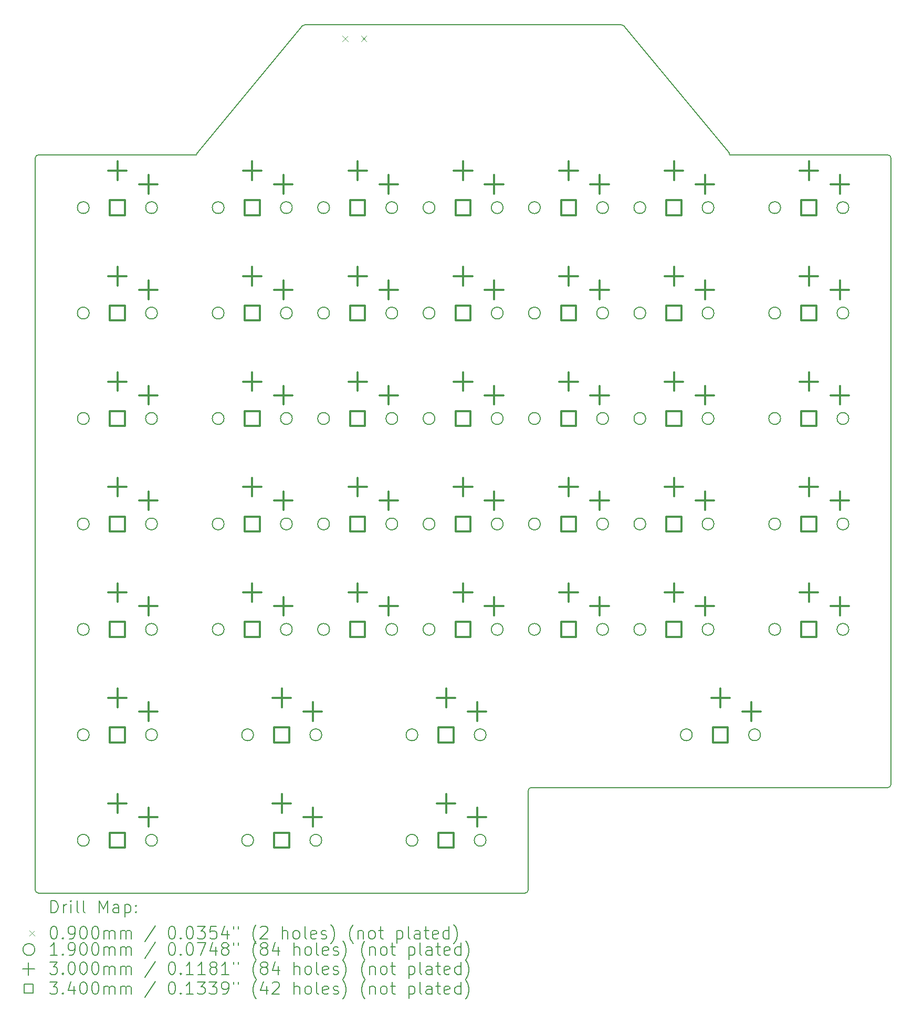
<source format=gbr>
%TF.GenerationSoftware,KiCad,Pcbnew,8.0.4+1*%
%TF.CreationDate,2024-10-01T15:26:06+00:00*%
%TF.ProjectId,left,6c656674-2e6b-4696-9361-645f70636258,v0.2*%
%TF.SameCoordinates,Original*%
%TF.FileFunction,Drillmap*%
%TF.FilePolarity,Positive*%
%FSLAX45Y45*%
G04 Gerber Fmt 4.5, Leading zero omitted, Abs format (unit mm)*
G04 Created by KiCad (PCBNEW 8.0.4+1) date 2024-10-01 15:26:06*
%MOMM*%
%LPD*%
G01*
G04 APERTURE LIST*
%ADD10C,0.150000*%
%ADD11C,0.200000*%
%ADD12C,0.100000*%
%ADD13C,0.190000*%
%ADD14C,0.300000*%
%ADD15C,0.340000*%
G04 APERTURE END LIST*
D10*
X15975000Y-2400000D02*
X15975000Y-12500000D01*
X15925000Y-12550000D02*
X10175000Y-12550000D01*
X6486512Y-268083D02*
X4786512Y-2318083D01*
X10075000Y-14250000D02*
X2225000Y-14250000D01*
X2225000Y-2350000D02*
X4775000Y-2350000D01*
X15975000Y-12500000D02*
G75*
G02*
X15925000Y-12550000I-50000J0D01*
G01*
X10125000Y-12600000D02*
G75*
G02*
X10175000Y-12550000I50000J0D01*
G01*
X10125000Y-14200000D02*
G75*
G02*
X10075000Y-14250000I-50000J0D01*
G01*
X2175000Y-14200000D02*
X2175000Y-2400000D01*
X2225000Y-14250000D02*
G75*
G02*
X2175000Y-14200000I0J50000D01*
G01*
X4775000Y-2350000D02*
G75*
G02*
X4786512Y-2318083I50000J0D01*
G01*
X10125000Y-12600000D02*
X10125000Y-14200000D01*
X6486512Y-268083D02*
G75*
G02*
X6525000Y-250000I38488J-31917D01*
G01*
X11625000Y-250000D02*
X6525000Y-250000D01*
X13375000Y-2350000D02*
X15925000Y-2350000D01*
X2175000Y-2400000D02*
G75*
G02*
X2225000Y-2350000I50000J0D01*
G01*
X13363488Y-2318083D02*
G75*
G02*
X13375000Y-2350000I-38488J-31917D01*
G01*
X13363488Y-2318083D02*
X11663488Y-268083D01*
X15925000Y-2350000D02*
G75*
G02*
X15975000Y-2400000I0J-50000D01*
G01*
X11625000Y-250000D02*
G75*
G02*
X11663488Y-268083I0J-50000D01*
G01*
D11*
D12*
X7128000Y-427500D02*
X7218000Y-517500D01*
X7218000Y-427500D02*
X7128000Y-517500D01*
X7428000Y-427500D02*
X7518000Y-517500D01*
X7518000Y-427500D02*
X7428000Y-517500D01*
D13*
X3045000Y-3200000D02*
G75*
G02*
X2855000Y-3200000I-95000J0D01*
G01*
X2855000Y-3200000D02*
G75*
G02*
X3045000Y-3200000I95000J0D01*
G01*
X3045000Y-4900000D02*
G75*
G02*
X2855000Y-4900000I-95000J0D01*
G01*
X2855000Y-4900000D02*
G75*
G02*
X3045000Y-4900000I95000J0D01*
G01*
X3045000Y-6600000D02*
G75*
G02*
X2855000Y-6600000I-95000J0D01*
G01*
X2855000Y-6600000D02*
G75*
G02*
X3045000Y-6600000I95000J0D01*
G01*
X3045000Y-8300000D02*
G75*
G02*
X2855000Y-8300000I-95000J0D01*
G01*
X2855000Y-8300000D02*
G75*
G02*
X3045000Y-8300000I95000J0D01*
G01*
X3045000Y-10000000D02*
G75*
G02*
X2855000Y-10000000I-95000J0D01*
G01*
X2855000Y-10000000D02*
G75*
G02*
X3045000Y-10000000I95000J0D01*
G01*
X3045000Y-11700000D02*
G75*
G02*
X2855000Y-11700000I-95000J0D01*
G01*
X2855000Y-11700000D02*
G75*
G02*
X3045000Y-11700000I95000J0D01*
G01*
X3045000Y-13400000D02*
G75*
G02*
X2855000Y-13400000I-95000J0D01*
G01*
X2855000Y-13400000D02*
G75*
G02*
X3045000Y-13400000I95000J0D01*
G01*
X4145000Y-3200000D02*
G75*
G02*
X3955000Y-3200000I-95000J0D01*
G01*
X3955000Y-3200000D02*
G75*
G02*
X4145000Y-3200000I95000J0D01*
G01*
X4145000Y-4900000D02*
G75*
G02*
X3955000Y-4900000I-95000J0D01*
G01*
X3955000Y-4900000D02*
G75*
G02*
X4145000Y-4900000I95000J0D01*
G01*
X4145000Y-6600000D02*
G75*
G02*
X3955000Y-6600000I-95000J0D01*
G01*
X3955000Y-6600000D02*
G75*
G02*
X4145000Y-6600000I95000J0D01*
G01*
X4145000Y-8300000D02*
G75*
G02*
X3955000Y-8300000I-95000J0D01*
G01*
X3955000Y-8300000D02*
G75*
G02*
X4145000Y-8300000I95000J0D01*
G01*
X4145000Y-10000000D02*
G75*
G02*
X3955000Y-10000000I-95000J0D01*
G01*
X3955000Y-10000000D02*
G75*
G02*
X4145000Y-10000000I95000J0D01*
G01*
X4145000Y-11700000D02*
G75*
G02*
X3955000Y-11700000I-95000J0D01*
G01*
X3955000Y-11700000D02*
G75*
G02*
X4145000Y-11700000I95000J0D01*
G01*
X4145000Y-13400000D02*
G75*
G02*
X3955000Y-13400000I-95000J0D01*
G01*
X3955000Y-13400000D02*
G75*
G02*
X4145000Y-13400000I95000J0D01*
G01*
X5220000Y-3200000D02*
G75*
G02*
X5030000Y-3200000I-95000J0D01*
G01*
X5030000Y-3200000D02*
G75*
G02*
X5220000Y-3200000I95000J0D01*
G01*
X5220000Y-4900000D02*
G75*
G02*
X5030000Y-4900000I-95000J0D01*
G01*
X5030000Y-4900000D02*
G75*
G02*
X5220000Y-4900000I95000J0D01*
G01*
X5220000Y-6600000D02*
G75*
G02*
X5030000Y-6600000I-95000J0D01*
G01*
X5030000Y-6600000D02*
G75*
G02*
X5220000Y-6600000I95000J0D01*
G01*
X5220000Y-8300000D02*
G75*
G02*
X5030000Y-8300000I-95000J0D01*
G01*
X5030000Y-8300000D02*
G75*
G02*
X5220000Y-8300000I95000J0D01*
G01*
X5220000Y-10000000D02*
G75*
G02*
X5030000Y-10000000I-95000J0D01*
G01*
X5030000Y-10000000D02*
G75*
G02*
X5220000Y-10000000I95000J0D01*
G01*
X5695000Y-11700000D02*
G75*
G02*
X5505000Y-11700000I-95000J0D01*
G01*
X5505000Y-11700000D02*
G75*
G02*
X5695000Y-11700000I95000J0D01*
G01*
X5695000Y-13400000D02*
G75*
G02*
X5505000Y-13400000I-95000J0D01*
G01*
X5505000Y-13400000D02*
G75*
G02*
X5695000Y-13400000I95000J0D01*
G01*
X6320000Y-3200000D02*
G75*
G02*
X6130000Y-3200000I-95000J0D01*
G01*
X6130000Y-3200000D02*
G75*
G02*
X6320000Y-3200000I95000J0D01*
G01*
X6320000Y-4900000D02*
G75*
G02*
X6130000Y-4900000I-95000J0D01*
G01*
X6130000Y-4900000D02*
G75*
G02*
X6320000Y-4900000I95000J0D01*
G01*
X6320000Y-6600000D02*
G75*
G02*
X6130000Y-6600000I-95000J0D01*
G01*
X6130000Y-6600000D02*
G75*
G02*
X6320000Y-6600000I95000J0D01*
G01*
X6320000Y-8300000D02*
G75*
G02*
X6130000Y-8300000I-95000J0D01*
G01*
X6130000Y-8300000D02*
G75*
G02*
X6320000Y-8300000I95000J0D01*
G01*
X6320000Y-10000000D02*
G75*
G02*
X6130000Y-10000000I-95000J0D01*
G01*
X6130000Y-10000000D02*
G75*
G02*
X6320000Y-10000000I95000J0D01*
G01*
X6795000Y-11700000D02*
G75*
G02*
X6605000Y-11700000I-95000J0D01*
G01*
X6605000Y-11700000D02*
G75*
G02*
X6795000Y-11700000I95000J0D01*
G01*
X6795000Y-13400000D02*
G75*
G02*
X6605000Y-13400000I-95000J0D01*
G01*
X6605000Y-13400000D02*
G75*
G02*
X6795000Y-13400000I95000J0D01*
G01*
X6920000Y-3200000D02*
G75*
G02*
X6730000Y-3200000I-95000J0D01*
G01*
X6730000Y-3200000D02*
G75*
G02*
X6920000Y-3200000I95000J0D01*
G01*
X6920000Y-4900000D02*
G75*
G02*
X6730000Y-4900000I-95000J0D01*
G01*
X6730000Y-4900000D02*
G75*
G02*
X6920000Y-4900000I95000J0D01*
G01*
X6920000Y-6600000D02*
G75*
G02*
X6730000Y-6600000I-95000J0D01*
G01*
X6730000Y-6600000D02*
G75*
G02*
X6920000Y-6600000I95000J0D01*
G01*
X6920000Y-8300000D02*
G75*
G02*
X6730000Y-8300000I-95000J0D01*
G01*
X6730000Y-8300000D02*
G75*
G02*
X6920000Y-8300000I95000J0D01*
G01*
X6920000Y-10000000D02*
G75*
G02*
X6730000Y-10000000I-95000J0D01*
G01*
X6730000Y-10000000D02*
G75*
G02*
X6920000Y-10000000I95000J0D01*
G01*
X8020000Y-3200000D02*
G75*
G02*
X7830000Y-3200000I-95000J0D01*
G01*
X7830000Y-3200000D02*
G75*
G02*
X8020000Y-3200000I95000J0D01*
G01*
X8020000Y-4900000D02*
G75*
G02*
X7830000Y-4900000I-95000J0D01*
G01*
X7830000Y-4900000D02*
G75*
G02*
X8020000Y-4900000I95000J0D01*
G01*
X8020000Y-6600000D02*
G75*
G02*
X7830000Y-6600000I-95000J0D01*
G01*
X7830000Y-6600000D02*
G75*
G02*
X8020000Y-6600000I95000J0D01*
G01*
X8020000Y-8300000D02*
G75*
G02*
X7830000Y-8300000I-95000J0D01*
G01*
X7830000Y-8300000D02*
G75*
G02*
X8020000Y-8300000I95000J0D01*
G01*
X8020000Y-10000000D02*
G75*
G02*
X7830000Y-10000000I-95000J0D01*
G01*
X7830000Y-10000000D02*
G75*
G02*
X8020000Y-10000000I95000J0D01*
G01*
X8345000Y-11700000D02*
G75*
G02*
X8155000Y-11700000I-95000J0D01*
G01*
X8155000Y-11700000D02*
G75*
G02*
X8345000Y-11700000I95000J0D01*
G01*
X8345000Y-13400000D02*
G75*
G02*
X8155000Y-13400000I-95000J0D01*
G01*
X8155000Y-13400000D02*
G75*
G02*
X8345000Y-13400000I95000J0D01*
G01*
X8620000Y-3200000D02*
G75*
G02*
X8430000Y-3200000I-95000J0D01*
G01*
X8430000Y-3200000D02*
G75*
G02*
X8620000Y-3200000I95000J0D01*
G01*
X8620000Y-4900000D02*
G75*
G02*
X8430000Y-4900000I-95000J0D01*
G01*
X8430000Y-4900000D02*
G75*
G02*
X8620000Y-4900000I95000J0D01*
G01*
X8620000Y-6600000D02*
G75*
G02*
X8430000Y-6600000I-95000J0D01*
G01*
X8430000Y-6600000D02*
G75*
G02*
X8620000Y-6600000I95000J0D01*
G01*
X8620000Y-8300000D02*
G75*
G02*
X8430000Y-8300000I-95000J0D01*
G01*
X8430000Y-8300000D02*
G75*
G02*
X8620000Y-8300000I95000J0D01*
G01*
X8620000Y-10000000D02*
G75*
G02*
X8430000Y-10000000I-95000J0D01*
G01*
X8430000Y-10000000D02*
G75*
G02*
X8620000Y-10000000I95000J0D01*
G01*
X9445000Y-11700000D02*
G75*
G02*
X9255000Y-11700000I-95000J0D01*
G01*
X9255000Y-11700000D02*
G75*
G02*
X9445000Y-11700000I95000J0D01*
G01*
X9445000Y-13400000D02*
G75*
G02*
X9255000Y-13400000I-95000J0D01*
G01*
X9255000Y-13400000D02*
G75*
G02*
X9445000Y-13400000I95000J0D01*
G01*
X9720000Y-3200000D02*
G75*
G02*
X9530000Y-3200000I-95000J0D01*
G01*
X9530000Y-3200000D02*
G75*
G02*
X9720000Y-3200000I95000J0D01*
G01*
X9720000Y-4900000D02*
G75*
G02*
X9530000Y-4900000I-95000J0D01*
G01*
X9530000Y-4900000D02*
G75*
G02*
X9720000Y-4900000I95000J0D01*
G01*
X9720000Y-6600000D02*
G75*
G02*
X9530000Y-6600000I-95000J0D01*
G01*
X9530000Y-6600000D02*
G75*
G02*
X9720000Y-6600000I95000J0D01*
G01*
X9720000Y-8300000D02*
G75*
G02*
X9530000Y-8300000I-95000J0D01*
G01*
X9530000Y-8300000D02*
G75*
G02*
X9720000Y-8300000I95000J0D01*
G01*
X9720000Y-10000000D02*
G75*
G02*
X9530000Y-10000000I-95000J0D01*
G01*
X9530000Y-10000000D02*
G75*
G02*
X9720000Y-10000000I95000J0D01*
G01*
X10320000Y-3200000D02*
G75*
G02*
X10130000Y-3200000I-95000J0D01*
G01*
X10130000Y-3200000D02*
G75*
G02*
X10320000Y-3200000I95000J0D01*
G01*
X10320000Y-4900000D02*
G75*
G02*
X10130000Y-4900000I-95000J0D01*
G01*
X10130000Y-4900000D02*
G75*
G02*
X10320000Y-4900000I95000J0D01*
G01*
X10320000Y-6600000D02*
G75*
G02*
X10130000Y-6600000I-95000J0D01*
G01*
X10130000Y-6600000D02*
G75*
G02*
X10320000Y-6600000I95000J0D01*
G01*
X10320000Y-8300000D02*
G75*
G02*
X10130000Y-8300000I-95000J0D01*
G01*
X10130000Y-8300000D02*
G75*
G02*
X10320000Y-8300000I95000J0D01*
G01*
X10320000Y-10000000D02*
G75*
G02*
X10130000Y-10000000I-95000J0D01*
G01*
X10130000Y-10000000D02*
G75*
G02*
X10320000Y-10000000I95000J0D01*
G01*
X11420000Y-3200000D02*
G75*
G02*
X11230000Y-3200000I-95000J0D01*
G01*
X11230000Y-3200000D02*
G75*
G02*
X11420000Y-3200000I95000J0D01*
G01*
X11420000Y-4900000D02*
G75*
G02*
X11230000Y-4900000I-95000J0D01*
G01*
X11230000Y-4900000D02*
G75*
G02*
X11420000Y-4900000I95000J0D01*
G01*
X11420000Y-6600000D02*
G75*
G02*
X11230000Y-6600000I-95000J0D01*
G01*
X11230000Y-6600000D02*
G75*
G02*
X11420000Y-6600000I95000J0D01*
G01*
X11420000Y-8300000D02*
G75*
G02*
X11230000Y-8300000I-95000J0D01*
G01*
X11230000Y-8300000D02*
G75*
G02*
X11420000Y-8300000I95000J0D01*
G01*
X11420000Y-10000000D02*
G75*
G02*
X11230000Y-10000000I-95000J0D01*
G01*
X11230000Y-10000000D02*
G75*
G02*
X11420000Y-10000000I95000J0D01*
G01*
X12020000Y-3200000D02*
G75*
G02*
X11830000Y-3200000I-95000J0D01*
G01*
X11830000Y-3200000D02*
G75*
G02*
X12020000Y-3200000I95000J0D01*
G01*
X12020000Y-4900000D02*
G75*
G02*
X11830000Y-4900000I-95000J0D01*
G01*
X11830000Y-4900000D02*
G75*
G02*
X12020000Y-4900000I95000J0D01*
G01*
X12020000Y-6600000D02*
G75*
G02*
X11830000Y-6600000I-95000J0D01*
G01*
X11830000Y-6600000D02*
G75*
G02*
X12020000Y-6600000I95000J0D01*
G01*
X12020000Y-8300000D02*
G75*
G02*
X11830000Y-8300000I-95000J0D01*
G01*
X11830000Y-8300000D02*
G75*
G02*
X12020000Y-8300000I95000J0D01*
G01*
X12020000Y-10000000D02*
G75*
G02*
X11830000Y-10000000I-95000J0D01*
G01*
X11830000Y-10000000D02*
G75*
G02*
X12020000Y-10000000I95000J0D01*
G01*
X12770000Y-11700000D02*
G75*
G02*
X12580000Y-11700000I-95000J0D01*
G01*
X12580000Y-11700000D02*
G75*
G02*
X12770000Y-11700000I95000J0D01*
G01*
X13120000Y-3200000D02*
G75*
G02*
X12930000Y-3200000I-95000J0D01*
G01*
X12930000Y-3200000D02*
G75*
G02*
X13120000Y-3200000I95000J0D01*
G01*
X13120000Y-4900000D02*
G75*
G02*
X12930000Y-4900000I-95000J0D01*
G01*
X12930000Y-4900000D02*
G75*
G02*
X13120000Y-4900000I95000J0D01*
G01*
X13120000Y-6600000D02*
G75*
G02*
X12930000Y-6600000I-95000J0D01*
G01*
X12930000Y-6600000D02*
G75*
G02*
X13120000Y-6600000I95000J0D01*
G01*
X13120000Y-8300000D02*
G75*
G02*
X12930000Y-8300000I-95000J0D01*
G01*
X12930000Y-8300000D02*
G75*
G02*
X13120000Y-8300000I95000J0D01*
G01*
X13120000Y-10000000D02*
G75*
G02*
X12930000Y-10000000I-95000J0D01*
G01*
X12930000Y-10000000D02*
G75*
G02*
X13120000Y-10000000I95000J0D01*
G01*
X13870000Y-11700000D02*
G75*
G02*
X13680000Y-11700000I-95000J0D01*
G01*
X13680000Y-11700000D02*
G75*
G02*
X13870000Y-11700000I95000J0D01*
G01*
X14195000Y-3200000D02*
G75*
G02*
X14005000Y-3200000I-95000J0D01*
G01*
X14005000Y-3200000D02*
G75*
G02*
X14195000Y-3200000I95000J0D01*
G01*
X14195000Y-4900000D02*
G75*
G02*
X14005000Y-4900000I-95000J0D01*
G01*
X14005000Y-4900000D02*
G75*
G02*
X14195000Y-4900000I95000J0D01*
G01*
X14195000Y-6600000D02*
G75*
G02*
X14005000Y-6600000I-95000J0D01*
G01*
X14005000Y-6600000D02*
G75*
G02*
X14195000Y-6600000I95000J0D01*
G01*
X14195000Y-8300000D02*
G75*
G02*
X14005000Y-8300000I-95000J0D01*
G01*
X14005000Y-8300000D02*
G75*
G02*
X14195000Y-8300000I95000J0D01*
G01*
X14195000Y-10000000D02*
G75*
G02*
X14005000Y-10000000I-95000J0D01*
G01*
X14005000Y-10000000D02*
G75*
G02*
X14195000Y-10000000I95000J0D01*
G01*
X15295000Y-3200000D02*
G75*
G02*
X15105000Y-3200000I-95000J0D01*
G01*
X15105000Y-3200000D02*
G75*
G02*
X15295000Y-3200000I95000J0D01*
G01*
X15295000Y-4900000D02*
G75*
G02*
X15105000Y-4900000I-95000J0D01*
G01*
X15105000Y-4900000D02*
G75*
G02*
X15295000Y-4900000I95000J0D01*
G01*
X15295000Y-6600000D02*
G75*
G02*
X15105000Y-6600000I-95000J0D01*
G01*
X15105000Y-6600000D02*
G75*
G02*
X15295000Y-6600000I95000J0D01*
G01*
X15295000Y-8300000D02*
G75*
G02*
X15105000Y-8300000I-95000J0D01*
G01*
X15105000Y-8300000D02*
G75*
G02*
X15295000Y-8300000I95000J0D01*
G01*
X15295000Y-10000000D02*
G75*
G02*
X15105000Y-10000000I-95000J0D01*
G01*
X15105000Y-10000000D02*
G75*
G02*
X15295000Y-10000000I95000J0D01*
G01*
D14*
X3500000Y-2455000D02*
X3500000Y-2755000D01*
X3350000Y-2605000D02*
X3650000Y-2605000D01*
X3500000Y-4155000D02*
X3500000Y-4455000D01*
X3350000Y-4305000D02*
X3650000Y-4305000D01*
X3500000Y-5855000D02*
X3500000Y-6155000D01*
X3350000Y-6005000D02*
X3650000Y-6005000D01*
X3500000Y-7555000D02*
X3500000Y-7855000D01*
X3350000Y-7705000D02*
X3650000Y-7705000D01*
X3500000Y-9255000D02*
X3500000Y-9555000D01*
X3350000Y-9405000D02*
X3650000Y-9405000D01*
X3500000Y-10955000D02*
X3500000Y-11255000D01*
X3350000Y-11105000D02*
X3650000Y-11105000D01*
X3500000Y-12655000D02*
X3500000Y-12955000D01*
X3350000Y-12805000D02*
X3650000Y-12805000D01*
X4000000Y-2675000D02*
X4000000Y-2975000D01*
X3850000Y-2825000D02*
X4150000Y-2825000D01*
X4000000Y-4375000D02*
X4000000Y-4675000D01*
X3850000Y-4525000D02*
X4150000Y-4525000D01*
X4000000Y-6075000D02*
X4000000Y-6375000D01*
X3850000Y-6225000D02*
X4150000Y-6225000D01*
X4000000Y-7775000D02*
X4000000Y-8075000D01*
X3850000Y-7925000D02*
X4150000Y-7925000D01*
X4000000Y-9475000D02*
X4000000Y-9775000D01*
X3850000Y-9625000D02*
X4150000Y-9625000D01*
X4000000Y-11175000D02*
X4000000Y-11475000D01*
X3850000Y-11325000D02*
X4150000Y-11325000D01*
X4000000Y-12875000D02*
X4000000Y-13175000D01*
X3850000Y-13025000D02*
X4150000Y-13025000D01*
X5675000Y-2455000D02*
X5675000Y-2755000D01*
X5525000Y-2605000D02*
X5825000Y-2605000D01*
X5675000Y-4155000D02*
X5675000Y-4455000D01*
X5525000Y-4305000D02*
X5825000Y-4305000D01*
X5675000Y-5855000D02*
X5675000Y-6155000D01*
X5525000Y-6005000D02*
X5825000Y-6005000D01*
X5675000Y-7555000D02*
X5675000Y-7855000D01*
X5525000Y-7705000D02*
X5825000Y-7705000D01*
X5675000Y-9255000D02*
X5675000Y-9555000D01*
X5525000Y-9405000D02*
X5825000Y-9405000D01*
X6150000Y-10955000D02*
X6150000Y-11255000D01*
X6000000Y-11105000D02*
X6300000Y-11105000D01*
X6150000Y-12655000D02*
X6150000Y-12955000D01*
X6000000Y-12805000D02*
X6300000Y-12805000D01*
X6175000Y-2675000D02*
X6175000Y-2975000D01*
X6025000Y-2825000D02*
X6325000Y-2825000D01*
X6175000Y-4375000D02*
X6175000Y-4675000D01*
X6025000Y-4525000D02*
X6325000Y-4525000D01*
X6175000Y-6075000D02*
X6175000Y-6375000D01*
X6025000Y-6225000D02*
X6325000Y-6225000D01*
X6175000Y-7775000D02*
X6175000Y-8075000D01*
X6025000Y-7925000D02*
X6325000Y-7925000D01*
X6175000Y-9475000D02*
X6175000Y-9775000D01*
X6025000Y-9625000D02*
X6325000Y-9625000D01*
X6650000Y-11175000D02*
X6650000Y-11475000D01*
X6500000Y-11325000D02*
X6800000Y-11325000D01*
X6650000Y-12875000D02*
X6650000Y-13175000D01*
X6500000Y-13025000D02*
X6800000Y-13025000D01*
X7375000Y-2455000D02*
X7375000Y-2755000D01*
X7225000Y-2605000D02*
X7525000Y-2605000D01*
X7375000Y-4155000D02*
X7375000Y-4455000D01*
X7225000Y-4305000D02*
X7525000Y-4305000D01*
X7375000Y-5855000D02*
X7375000Y-6155000D01*
X7225000Y-6005000D02*
X7525000Y-6005000D01*
X7375000Y-7555000D02*
X7375000Y-7855000D01*
X7225000Y-7705000D02*
X7525000Y-7705000D01*
X7375000Y-9255000D02*
X7375000Y-9555000D01*
X7225000Y-9405000D02*
X7525000Y-9405000D01*
X7875000Y-2675000D02*
X7875000Y-2975000D01*
X7725000Y-2825000D02*
X8025000Y-2825000D01*
X7875000Y-4375000D02*
X7875000Y-4675000D01*
X7725000Y-4525000D02*
X8025000Y-4525000D01*
X7875000Y-6075000D02*
X7875000Y-6375000D01*
X7725000Y-6225000D02*
X8025000Y-6225000D01*
X7875000Y-7775000D02*
X7875000Y-8075000D01*
X7725000Y-7925000D02*
X8025000Y-7925000D01*
X7875000Y-9475000D02*
X7875000Y-9775000D01*
X7725000Y-9625000D02*
X8025000Y-9625000D01*
X8800000Y-10955000D02*
X8800000Y-11255000D01*
X8650000Y-11105000D02*
X8950000Y-11105000D01*
X8800000Y-12655000D02*
X8800000Y-12955000D01*
X8650000Y-12805000D02*
X8950000Y-12805000D01*
X9075000Y-2455000D02*
X9075000Y-2755000D01*
X8925000Y-2605000D02*
X9225000Y-2605000D01*
X9075000Y-4155000D02*
X9075000Y-4455000D01*
X8925000Y-4305000D02*
X9225000Y-4305000D01*
X9075000Y-5855000D02*
X9075000Y-6155000D01*
X8925000Y-6005000D02*
X9225000Y-6005000D01*
X9075000Y-7555000D02*
X9075000Y-7855000D01*
X8925000Y-7705000D02*
X9225000Y-7705000D01*
X9075000Y-9255000D02*
X9075000Y-9555000D01*
X8925000Y-9405000D02*
X9225000Y-9405000D01*
X9300000Y-11175000D02*
X9300000Y-11475000D01*
X9150000Y-11325000D02*
X9450000Y-11325000D01*
X9300000Y-12875000D02*
X9300000Y-13175000D01*
X9150000Y-13025000D02*
X9450000Y-13025000D01*
X9575000Y-2675000D02*
X9575000Y-2975000D01*
X9425000Y-2825000D02*
X9725000Y-2825000D01*
X9575000Y-4375000D02*
X9575000Y-4675000D01*
X9425000Y-4525000D02*
X9725000Y-4525000D01*
X9575000Y-6075000D02*
X9575000Y-6375000D01*
X9425000Y-6225000D02*
X9725000Y-6225000D01*
X9575000Y-7775000D02*
X9575000Y-8075000D01*
X9425000Y-7925000D02*
X9725000Y-7925000D01*
X9575000Y-9475000D02*
X9575000Y-9775000D01*
X9425000Y-9625000D02*
X9725000Y-9625000D01*
X10775000Y-2455000D02*
X10775000Y-2755000D01*
X10625000Y-2605000D02*
X10925000Y-2605000D01*
X10775000Y-4155000D02*
X10775000Y-4455000D01*
X10625000Y-4305000D02*
X10925000Y-4305000D01*
X10775000Y-5855000D02*
X10775000Y-6155000D01*
X10625000Y-6005000D02*
X10925000Y-6005000D01*
X10775000Y-7555000D02*
X10775000Y-7855000D01*
X10625000Y-7705000D02*
X10925000Y-7705000D01*
X10775000Y-9255000D02*
X10775000Y-9555000D01*
X10625000Y-9405000D02*
X10925000Y-9405000D01*
X11275000Y-2675000D02*
X11275000Y-2975000D01*
X11125000Y-2825000D02*
X11425000Y-2825000D01*
X11275000Y-4375000D02*
X11275000Y-4675000D01*
X11125000Y-4525000D02*
X11425000Y-4525000D01*
X11275000Y-6075000D02*
X11275000Y-6375000D01*
X11125000Y-6225000D02*
X11425000Y-6225000D01*
X11275000Y-7775000D02*
X11275000Y-8075000D01*
X11125000Y-7925000D02*
X11425000Y-7925000D01*
X11275000Y-9475000D02*
X11275000Y-9775000D01*
X11125000Y-9625000D02*
X11425000Y-9625000D01*
X12475000Y-2455000D02*
X12475000Y-2755000D01*
X12325000Y-2605000D02*
X12625000Y-2605000D01*
X12475000Y-4155000D02*
X12475000Y-4455000D01*
X12325000Y-4305000D02*
X12625000Y-4305000D01*
X12475000Y-5855000D02*
X12475000Y-6155000D01*
X12325000Y-6005000D02*
X12625000Y-6005000D01*
X12475000Y-7555000D02*
X12475000Y-7855000D01*
X12325000Y-7705000D02*
X12625000Y-7705000D01*
X12475000Y-9255000D02*
X12475000Y-9555000D01*
X12325000Y-9405000D02*
X12625000Y-9405000D01*
X12975000Y-2675000D02*
X12975000Y-2975000D01*
X12825000Y-2825000D02*
X13125000Y-2825000D01*
X12975000Y-4375000D02*
X12975000Y-4675000D01*
X12825000Y-4525000D02*
X13125000Y-4525000D01*
X12975000Y-6075000D02*
X12975000Y-6375000D01*
X12825000Y-6225000D02*
X13125000Y-6225000D01*
X12975000Y-7775000D02*
X12975000Y-8075000D01*
X12825000Y-7925000D02*
X13125000Y-7925000D01*
X12975000Y-9475000D02*
X12975000Y-9775000D01*
X12825000Y-9625000D02*
X13125000Y-9625000D01*
X13225000Y-10955000D02*
X13225000Y-11255000D01*
X13075000Y-11105000D02*
X13375000Y-11105000D01*
X13725000Y-11175000D02*
X13725000Y-11475000D01*
X13575000Y-11325000D02*
X13875000Y-11325000D01*
X14650000Y-2455000D02*
X14650000Y-2755000D01*
X14500000Y-2605000D02*
X14800000Y-2605000D01*
X14650000Y-4155000D02*
X14650000Y-4455000D01*
X14500000Y-4305000D02*
X14800000Y-4305000D01*
X14650000Y-5855000D02*
X14650000Y-6155000D01*
X14500000Y-6005000D02*
X14800000Y-6005000D01*
X14650000Y-7555000D02*
X14650000Y-7855000D01*
X14500000Y-7705000D02*
X14800000Y-7705000D01*
X14650000Y-9255000D02*
X14650000Y-9555000D01*
X14500000Y-9405000D02*
X14800000Y-9405000D01*
X15150000Y-2675000D02*
X15150000Y-2975000D01*
X15000000Y-2825000D02*
X15300000Y-2825000D01*
X15150000Y-4375000D02*
X15150000Y-4675000D01*
X15000000Y-4525000D02*
X15300000Y-4525000D01*
X15150000Y-6075000D02*
X15150000Y-6375000D01*
X15000000Y-6225000D02*
X15300000Y-6225000D01*
X15150000Y-7775000D02*
X15150000Y-8075000D01*
X15000000Y-7925000D02*
X15300000Y-7925000D01*
X15150000Y-9475000D02*
X15150000Y-9775000D01*
X15000000Y-9625000D02*
X15300000Y-9625000D01*
D15*
X3620209Y-3320209D02*
X3620209Y-3079791D01*
X3379791Y-3079791D01*
X3379791Y-3320209D01*
X3620209Y-3320209D01*
X3620209Y-5020209D02*
X3620209Y-4779791D01*
X3379791Y-4779791D01*
X3379791Y-5020209D01*
X3620209Y-5020209D01*
X3620209Y-6720209D02*
X3620209Y-6479791D01*
X3379791Y-6479791D01*
X3379791Y-6720209D01*
X3620209Y-6720209D01*
X3620209Y-8420209D02*
X3620209Y-8179791D01*
X3379791Y-8179791D01*
X3379791Y-8420209D01*
X3620209Y-8420209D01*
X3620209Y-10120209D02*
X3620209Y-9879791D01*
X3379791Y-9879791D01*
X3379791Y-10120209D01*
X3620209Y-10120209D01*
X3620209Y-11820209D02*
X3620209Y-11579791D01*
X3379791Y-11579791D01*
X3379791Y-11820209D01*
X3620209Y-11820209D01*
X3620209Y-13520209D02*
X3620209Y-13279791D01*
X3379791Y-13279791D01*
X3379791Y-13520209D01*
X3620209Y-13520209D01*
X5795209Y-3320209D02*
X5795209Y-3079791D01*
X5554791Y-3079791D01*
X5554791Y-3320209D01*
X5795209Y-3320209D01*
X5795209Y-5020209D02*
X5795209Y-4779791D01*
X5554791Y-4779791D01*
X5554791Y-5020209D01*
X5795209Y-5020209D01*
X5795209Y-6720209D02*
X5795209Y-6479791D01*
X5554791Y-6479791D01*
X5554791Y-6720209D01*
X5795209Y-6720209D01*
X5795209Y-8420209D02*
X5795209Y-8179791D01*
X5554791Y-8179791D01*
X5554791Y-8420209D01*
X5795209Y-8420209D01*
X5795209Y-10120209D02*
X5795209Y-9879791D01*
X5554791Y-9879791D01*
X5554791Y-10120209D01*
X5795209Y-10120209D01*
X6270209Y-11820209D02*
X6270209Y-11579791D01*
X6029791Y-11579791D01*
X6029791Y-11820209D01*
X6270209Y-11820209D01*
X6270209Y-13520209D02*
X6270209Y-13279791D01*
X6029791Y-13279791D01*
X6029791Y-13520209D01*
X6270209Y-13520209D01*
X7495209Y-3320209D02*
X7495209Y-3079791D01*
X7254791Y-3079791D01*
X7254791Y-3320209D01*
X7495209Y-3320209D01*
X7495209Y-5020209D02*
X7495209Y-4779791D01*
X7254791Y-4779791D01*
X7254791Y-5020209D01*
X7495209Y-5020209D01*
X7495209Y-6720209D02*
X7495209Y-6479791D01*
X7254791Y-6479791D01*
X7254791Y-6720209D01*
X7495209Y-6720209D01*
X7495209Y-8420209D02*
X7495209Y-8179791D01*
X7254791Y-8179791D01*
X7254791Y-8420209D01*
X7495209Y-8420209D01*
X7495209Y-10120209D02*
X7495209Y-9879791D01*
X7254791Y-9879791D01*
X7254791Y-10120209D01*
X7495209Y-10120209D01*
X8920209Y-11820209D02*
X8920209Y-11579791D01*
X8679791Y-11579791D01*
X8679791Y-11820209D01*
X8920209Y-11820209D01*
X8920209Y-13520209D02*
X8920209Y-13279791D01*
X8679791Y-13279791D01*
X8679791Y-13520209D01*
X8920209Y-13520209D01*
X9195209Y-3320209D02*
X9195209Y-3079791D01*
X8954791Y-3079791D01*
X8954791Y-3320209D01*
X9195209Y-3320209D01*
X9195209Y-5020209D02*
X9195209Y-4779791D01*
X8954791Y-4779791D01*
X8954791Y-5020209D01*
X9195209Y-5020209D01*
X9195209Y-6720209D02*
X9195209Y-6479791D01*
X8954791Y-6479791D01*
X8954791Y-6720209D01*
X9195209Y-6720209D01*
X9195209Y-8420209D02*
X9195209Y-8179791D01*
X8954791Y-8179791D01*
X8954791Y-8420209D01*
X9195209Y-8420209D01*
X9195209Y-10120209D02*
X9195209Y-9879791D01*
X8954791Y-9879791D01*
X8954791Y-10120209D01*
X9195209Y-10120209D01*
X10895209Y-3320209D02*
X10895209Y-3079791D01*
X10654791Y-3079791D01*
X10654791Y-3320209D01*
X10895209Y-3320209D01*
X10895209Y-5020209D02*
X10895209Y-4779791D01*
X10654791Y-4779791D01*
X10654791Y-5020209D01*
X10895209Y-5020209D01*
X10895209Y-6720209D02*
X10895209Y-6479791D01*
X10654791Y-6479791D01*
X10654791Y-6720209D01*
X10895209Y-6720209D01*
X10895209Y-8420209D02*
X10895209Y-8179791D01*
X10654791Y-8179791D01*
X10654791Y-8420209D01*
X10895209Y-8420209D01*
X10895209Y-10120209D02*
X10895209Y-9879791D01*
X10654791Y-9879791D01*
X10654791Y-10120209D01*
X10895209Y-10120209D01*
X12595209Y-3320209D02*
X12595209Y-3079791D01*
X12354791Y-3079791D01*
X12354791Y-3320209D01*
X12595209Y-3320209D01*
X12595209Y-5020209D02*
X12595209Y-4779791D01*
X12354791Y-4779791D01*
X12354791Y-5020209D01*
X12595209Y-5020209D01*
X12595209Y-6720209D02*
X12595209Y-6479791D01*
X12354791Y-6479791D01*
X12354791Y-6720209D01*
X12595209Y-6720209D01*
X12595209Y-8420209D02*
X12595209Y-8179791D01*
X12354791Y-8179791D01*
X12354791Y-8420209D01*
X12595209Y-8420209D01*
X12595209Y-10120209D02*
X12595209Y-9879791D01*
X12354791Y-9879791D01*
X12354791Y-10120209D01*
X12595209Y-10120209D01*
X13345209Y-11820209D02*
X13345209Y-11579791D01*
X13104791Y-11579791D01*
X13104791Y-11820209D01*
X13345209Y-11820209D01*
X14770209Y-3320209D02*
X14770209Y-3079791D01*
X14529791Y-3079791D01*
X14529791Y-3320209D01*
X14770209Y-3320209D01*
X14770209Y-5020209D02*
X14770209Y-4779791D01*
X14529791Y-4779791D01*
X14529791Y-5020209D01*
X14770209Y-5020209D01*
X14770209Y-6720209D02*
X14770209Y-6479791D01*
X14529791Y-6479791D01*
X14529791Y-6720209D01*
X14770209Y-6720209D01*
X14770209Y-8420209D02*
X14770209Y-8179791D01*
X14529791Y-8179791D01*
X14529791Y-8420209D01*
X14770209Y-8420209D01*
X14770209Y-10120209D02*
X14770209Y-9879791D01*
X14529791Y-9879791D01*
X14529791Y-10120209D01*
X14770209Y-10120209D01*
D11*
X2428277Y-14568984D02*
X2428277Y-14368984D01*
X2428277Y-14368984D02*
X2475896Y-14368984D01*
X2475896Y-14368984D02*
X2504467Y-14378508D01*
X2504467Y-14378508D02*
X2523515Y-14397555D01*
X2523515Y-14397555D02*
X2533039Y-14416603D01*
X2533039Y-14416603D02*
X2542563Y-14454698D01*
X2542563Y-14454698D02*
X2542563Y-14483269D01*
X2542563Y-14483269D02*
X2533039Y-14521365D01*
X2533039Y-14521365D02*
X2523515Y-14540412D01*
X2523515Y-14540412D02*
X2504467Y-14559460D01*
X2504467Y-14559460D02*
X2475896Y-14568984D01*
X2475896Y-14568984D02*
X2428277Y-14568984D01*
X2628277Y-14568984D02*
X2628277Y-14435650D01*
X2628277Y-14473746D02*
X2637801Y-14454698D01*
X2637801Y-14454698D02*
X2647324Y-14445174D01*
X2647324Y-14445174D02*
X2666372Y-14435650D01*
X2666372Y-14435650D02*
X2685420Y-14435650D01*
X2752086Y-14568984D02*
X2752086Y-14435650D01*
X2752086Y-14368984D02*
X2742563Y-14378508D01*
X2742563Y-14378508D02*
X2752086Y-14388031D01*
X2752086Y-14388031D02*
X2761610Y-14378508D01*
X2761610Y-14378508D02*
X2752086Y-14368984D01*
X2752086Y-14368984D02*
X2752086Y-14388031D01*
X2875896Y-14568984D02*
X2856848Y-14559460D01*
X2856848Y-14559460D02*
X2847324Y-14540412D01*
X2847324Y-14540412D02*
X2847324Y-14368984D01*
X2980658Y-14568984D02*
X2961610Y-14559460D01*
X2961610Y-14559460D02*
X2952086Y-14540412D01*
X2952086Y-14540412D02*
X2952086Y-14368984D01*
X3209229Y-14568984D02*
X3209229Y-14368984D01*
X3209229Y-14368984D02*
X3275896Y-14511841D01*
X3275896Y-14511841D02*
X3342562Y-14368984D01*
X3342562Y-14368984D02*
X3342562Y-14568984D01*
X3523515Y-14568984D02*
X3523515Y-14464222D01*
X3523515Y-14464222D02*
X3513991Y-14445174D01*
X3513991Y-14445174D02*
X3494943Y-14435650D01*
X3494943Y-14435650D02*
X3456848Y-14435650D01*
X3456848Y-14435650D02*
X3437801Y-14445174D01*
X3523515Y-14559460D02*
X3504467Y-14568984D01*
X3504467Y-14568984D02*
X3456848Y-14568984D01*
X3456848Y-14568984D02*
X3437801Y-14559460D01*
X3437801Y-14559460D02*
X3428277Y-14540412D01*
X3428277Y-14540412D02*
X3428277Y-14521365D01*
X3428277Y-14521365D02*
X3437801Y-14502317D01*
X3437801Y-14502317D02*
X3456848Y-14492793D01*
X3456848Y-14492793D02*
X3504467Y-14492793D01*
X3504467Y-14492793D02*
X3523515Y-14483269D01*
X3618753Y-14435650D02*
X3618753Y-14635650D01*
X3618753Y-14445174D02*
X3637801Y-14435650D01*
X3637801Y-14435650D02*
X3675896Y-14435650D01*
X3675896Y-14435650D02*
X3694943Y-14445174D01*
X3694943Y-14445174D02*
X3704467Y-14454698D01*
X3704467Y-14454698D02*
X3713991Y-14473746D01*
X3713991Y-14473746D02*
X3713991Y-14530888D01*
X3713991Y-14530888D02*
X3704467Y-14549936D01*
X3704467Y-14549936D02*
X3694943Y-14559460D01*
X3694943Y-14559460D02*
X3675896Y-14568984D01*
X3675896Y-14568984D02*
X3637801Y-14568984D01*
X3637801Y-14568984D02*
X3618753Y-14559460D01*
X3799705Y-14549936D02*
X3809229Y-14559460D01*
X3809229Y-14559460D02*
X3799705Y-14568984D01*
X3799705Y-14568984D02*
X3790182Y-14559460D01*
X3790182Y-14559460D02*
X3799705Y-14549936D01*
X3799705Y-14549936D02*
X3799705Y-14568984D01*
X3799705Y-14445174D02*
X3809229Y-14454698D01*
X3809229Y-14454698D02*
X3799705Y-14464222D01*
X3799705Y-14464222D02*
X3790182Y-14454698D01*
X3790182Y-14454698D02*
X3799705Y-14445174D01*
X3799705Y-14445174D02*
X3799705Y-14464222D01*
D12*
X2077500Y-14852500D02*
X2167500Y-14942500D01*
X2167500Y-14852500D02*
X2077500Y-14942500D01*
D11*
X2466372Y-14788984D02*
X2485420Y-14788984D01*
X2485420Y-14788984D02*
X2504467Y-14798508D01*
X2504467Y-14798508D02*
X2513991Y-14808031D01*
X2513991Y-14808031D02*
X2523515Y-14827079D01*
X2523515Y-14827079D02*
X2533039Y-14865174D01*
X2533039Y-14865174D02*
X2533039Y-14912793D01*
X2533039Y-14912793D02*
X2523515Y-14950888D01*
X2523515Y-14950888D02*
X2513991Y-14969936D01*
X2513991Y-14969936D02*
X2504467Y-14979460D01*
X2504467Y-14979460D02*
X2485420Y-14988984D01*
X2485420Y-14988984D02*
X2466372Y-14988984D01*
X2466372Y-14988984D02*
X2447324Y-14979460D01*
X2447324Y-14979460D02*
X2437801Y-14969936D01*
X2437801Y-14969936D02*
X2428277Y-14950888D01*
X2428277Y-14950888D02*
X2418753Y-14912793D01*
X2418753Y-14912793D02*
X2418753Y-14865174D01*
X2418753Y-14865174D02*
X2428277Y-14827079D01*
X2428277Y-14827079D02*
X2437801Y-14808031D01*
X2437801Y-14808031D02*
X2447324Y-14798508D01*
X2447324Y-14798508D02*
X2466372Y-14788984D01*
X2618753Y-14969936D02*
X2628277Y-14979460D01*
X2628277Y-14979460D02*
X2618753Y-14988984D01*
X2618753Y-14988984D02*
X2609229Y-14979460D01*
X2609229Y-14979460D02*
X2618753Y-14969936D01*
X2618753Y-14969936D02*
X2618753Y-14988984D01*
X2723515Y-14988984D02*
X2761610Y-14988984D01*
X2761610Y-14988984D02*
X2780658Y-14979460D01*
X2780658Y-14979460D02*
X2790182Y-14969936D01*
X2790182Y-14969936D02*
X2809229Y-14941365D01*
X2809229Y-14941365D02*
X2818753Y-14903269D01*
X2818753Y-14903269D02*
X2818753Y-14827079D01*
X2818753Y-14827079D02*
X2809229Y-14808031D01*
X2809229Y-14808031D02*
X2799705Y-14798508D01*
X2799705Y-14798508D02*
X2780658Y-14788984D01*
X2780658Y-14788984D02*
X2742563Y-14788984D01*
X2742563Y-14788984D02*
X2723515Y-14798508D01*
X2723515Y-14798508D02*
X2713991Y-14808031D01*
X2713991Y-14808031D02*
X2704467Y-14827079D01*
X2704467Y-14827079D02*
X2704467Y-14874698D01*
X2704467Y-14874698D02*
X2713991Y-14893746D01*
X2713991Y-14893746D02*
X2723515Y-14903269D01*
X2723515Y-14903269D02*
X2742563Y-14912793D01*
X2742563Y-14912793D02*
X2780658Y-14912793D01*
X2780658Y-14912793D02*
X2799705Y-14903269D01*
X2799705Y-14903269D02*
X2809229Y-14893746D01*
X2809229Y-14893746D02*
X2818753Y-14874698D01*
X2942562Y-14788984D02*
X2961610Y-14788984D01*
X2961610Y-14788984D02*
X2980658Y-14798508D01*
X2980658Y-14798508D02*
X2990182Y-14808031D01*
X2990182Y-14808031D02*
X2999705Y-14827079D01*
X2999705Y-14827079D02*
X3009229Y-14865174D01*
X3009229Y-14865174D02*
X3009229Y-14912793D01*
X3009229Y-14912793D02*
X2999705Y-14950888D01*
X2999705Y-14950888D02*
X2990182Y-14969936D01*
X2990182Y-14969936D02*
X2980658Y-14979460D01*
X2980658Y-14979460D02*
X2961610Y-14988984D01*
X2961610Y-14988984D02*
X2942562Y-14988984D01*
X2942562Y-14988984D02*
X2923515Y-14979460D01*
X2923515Y-14979460D02*
X2913991Y-14969936D01*
X2913991Y-14969936D02*
X2904467Y-14950888D01*
X2904467Y-14950888D02*
X2894943Y-14912793D01*
X2894943Y-14912793D02*
X2894943Y-14865174D01*
X2894943Y-14865174D02*
X2904467Y-14827079D01*
X2904467Y-14827079D02*
X2913991Y-14808031D01*
X2913991Y-14808031D02*
X2923515Y-14798508D01*
X2923515Y-14798508D02*
X2942562Y-14788984D01*
X3133039Y-14788984D02*
X3152086Y-14788984D01*
X3152086Y-14788984D02*
X3171134Y-14798508D01*
X3171134Y-14798508D02*
X3180658Y-14808031D01*
X3180658Y-14808031D02*
X3190182Y-14827079D01*
X3190182Y-14827079D02*
X3199705Y-14865174D01*
X3199705Y-14865174D02*
X3199705Y-14912793D01*
X3199705Y-14912793D02*
X3190182Y-14950888D01*
X3190182Y-14950888D02*
X3180658Y-14969936D01*
X3180658Y-14969936D02*
X3171134Y-14979460D01*
X3171134Y-14979460D02*
X3152086Y-14988984D01*
X3152086Y-14988984D02*
X3133039Y-14988984D01*
X3133039Y-14988984D02*
X3113991Y-14979460D01*
X3113991Y-14979460D02*
X3104467Y-14969936D01*
X3104467Y-14969936D02*
X3094943Y-14950888D01*
X3094943Y-14950888D02*
X3085420Y-14912793D01*
X3085420Y-14912793D02*
X3085420Y-14865174D01*
X3085420Y-14865174D02*
X3094943Y-14827079D01*
X3094943Y-14827079D02*
X3104467Y-14808031D01*
X3104467Y-14808031D02*
X3113991Y-14798508D01*
X3113991Y-14798508D02*
X3133039Y-14788984D01*
X3285420Y-14988984D02*
X3285420Y-14855650D01*
X3285420Y-14874698D02*
X3294943Y-14865174D01*
X3294943Y-14865174D02*
X3313991Y-14855650D01*
X3313991Y-14855650D02*
X3342563Y-14855650D01*
X3342563Y-14855650D02*
X3361610Y-14865174D01*
X3361610Y-14865174D02*
X3371134Y-14884222D01*
X3371134Y-14884222D02*
X3371134Y-14988984D01*
X3371134Y-14884222D02*
X3380658Y-14865174D01*
X3380658Y-14865174D02*
X3399705Y-14855650D01*
X3399705Y-14855650D02*
X3428277Y-14855650D01*
X3428277Y-14855650D02*
X3447324Y-14865174D01*
X3447324Y-14865174D02*
X3456848Y-14884222D01*
X3456848Y-14884222D02*
X3456848Y-14988984D01*
X3552086Y-14988984D02*
X3552086Y-14855650D01*
X3552086Y-14874698D02*
X3561610Y-14865174D01*
X3561610Y-14865174D02*
X3580658Y-14855650D01*
X3580658Y-14855650D02*
X3609229Y-14855650D01*
X3609229Y-14855650D02*
X3628277Y-14865174D01*
X3628277Y-14865174D02*
X3637801Y-14884222D01*
X3637801Y-14884222D02*
X3637801Y-14988984D01*
X3637801Y-14884222D02*
X3647324Y-14865174D01*
X3647324Y-14865174D02*
X3666372Y-14855650D01*
X3666372Y-14855650D02*
X3694943Y-14855650D01*
X3694943Y-14855650D02*
X3713991Y-14865174D01*
X3713991Y-14865174D02*
X3723515Y-14884222D01*
X3723515Y-14884222D02*
X3723515Y-14988984D01*
X4113991Y-14779460D02*
X3942563Y-15036603D01*
X4371134Y-14788984D02*
X4390182Y-14788984D01*
X4390182Y-14788984D02*
X4409229Y-14798508D01*
X4409229Y-14798508D02*
X4418753Y-14808031D01*
X4418753Y-14808031D02*
X4428277Y-14827079D01*
X4428277Y-14827079D02*
X4437801Y-14865174D01*
X4437801Y-14865174D02*
X4437801Y-14912793D01*
X4437801Y-14912793D02*
X4428277Y-14950888D01*
X4428277Y-14950888D02*
X4418753Y-14969936D01*
X4418753Y-14969936D02*
X4409229Y-14979460D01*
X4409229Y-14979460D02*
X4390182Y-14988984D01*
X4390182Y-14988984D02*
X4371134Y-14988984D01*
X4371134Y-14988984D02*
X4352087Y-14979460D01*
X4352087Y-14979460D02*
X4342563Y-14969936D01*
X4342563Y-14969936D02*
X4333039Y-14950888D01*
X4333039Y-14950888D02*
X4323515Y-14912793D01*
X4323515Y-14912793D02*
X4323515Y-14865174D01*
X4323515Y-14865174D02*
X4333039Y-14827079D01*
X4333039Y-14827079D02*
X4342563Y-14808031D01*
X4342563Y-14808031D02*
X4352087Y-14798508D01*
X4352087Y-14798508D02*
X4371134Y-14788984D01*
X4523515Y-14969936D02*
X4533039Y-14979460D01*
X4533039Y-14979460D02*
X4523515Y-14988984D01*
X4523515Y-14988984D02*
X4513991Y-14979460D01*
X4513991Y-14979460D02*
X4523515Y-14969936D01*
X4523515Y-14969936D02*
X4523515Y-14988984D01*
X4656848Y-14788984D02*
X4675896Y-14788984D01*
X4675896Y-14788984D02*
X4694944Y-14798508D01*
X4694944Y-14798508D02*
X4704468Y-14808031D01*
X4704468Y-14808031D02*
X4713991Y-14827079D01*
X4713991Y-14827079D02*
X4723515Y-14865174D01*
X4723515Y-14865174D02*
X4723515Y-14912793D01*
X4723515Y-14912793D02*
X4713991Y-14950888D01*
X4713991Y-14950888D02*
X4704468Y-14969936D01*
X4704468Y-14969936D02*
X4694944Y-14979460D01*
X4694944Y-14979460D02*
X4675896Y-14988984D01*
X4675896Y-14988984D02*
X4656848Y-14988984D01*
X4656848Y-14988984D02*
X4637801Y-14979460D01*
X4637801Y-14979460D02*
X4628277Y-14969936D01*
X4628277Y-14969936D02*
X4618753Y-14950888D01*
X4618753Y-14950888D02*
X4609229Y-14912793D01*
X4609229Y-14912793D02*
X4609229Y-14865174D01*
X4609229Y-14865174D02*
X4618753Y-14827079D01*
X4618753Y-14827079D02*
X4628277Y-14808031D01*
X4628277Y-14808031D02*
X4637801Y-14798508D01*
X4637801Y-14798508D02*
X4656848Y-14788984D01*
X4790182Y-14788984D02*
X4913991Y-14788984D01*
X4913991Y-14788984D02*
X4847325Y-14865174D01*
X4847325Y-14865174D02*
X4875896Y-14865174D01*
X4875896Y-14865174D02*
X4894944Y-14874698D01*
X4894944Y-14874698D02*
X4904468Y-14884222D01*
X4904468Y-14884222D02*
X4913991Y-14903269D01*
X4913991Y-14903269D02*
X4913991Y-14950888D01*
X4913991Y-14950888D02*
X4904468Y-14969936D01*
X4904468Y-14969936D02*
X4894944Y-14979460D01*
X4894944Y-14979460D02*
X4875896Y-14988984D01*
X4875896Y-14988984D02*
X4818753Y-14988984D01*
X4818753Y-14988984D02*
X4799706Y-14979460D01*
X4799706Y-14979460D02*
X4790182Y-14969936D01*
X5094944Y-14788984D02*
X4999706Y-14788984D01*
X4999706Y-14788984D02*
X4990182Y-14884222D01*
X4990182Y-14884222D02*
X4999706Y-14874698D01*
X4999706Y-14874698D02*
X5018753Y-14865174D01*
X5018753Y-14865174D02*
X5066372Y-14865174D01*
X5066372Y-14865174D02*
X5085420Y-14874698D01*
X5085420Y-14874698D02*
X5094944Y-14884222D01*
X5094944Y-14884222D02*
X5104468Y-14903269D01*
X5104468Y-14903269D02*
X5104468Y-14950888D01*
X5104468Y-14950888D02*
X5094944Y-14969936D01*
X5094944Y-14969936D02*
X5085420Y-14979460D01*
X5085420Y-14979460D02*
X5066372Y-14988984D01*
X5066372Y-14988984D02*
X5018753Y-14988984D01*
X5018753Y-14988984D02*
X4999706Y-14979460D01*
X4999706Y-14979460D02*
X4990182Y-14969936D01*
X5275896Y-14855650D02*
X5275896Y-14988984D01*
X5228277Y-14779460D02*
X5180658Y-14922317D01*
X5180658Y-14922317D02*
X5304468Y-14922317D01*
X5371134Y-14788984D02*
X5371134Y-14827079D01*
X5447325Y-14788984D02*
X5447325Y-14827079D01*
X5742563Y-15065174D02*
X5733039Y-15055650D01*
X5733039Y-15055650D02*
X5713991Y-15027079D01*
X5713991Y-15027079D02*
X5704468Y-15008031D01*
X5704468Y-15008031D02*
X5694944Y-14979460D01*
X5694944Y-14979460D02*
X5685420Y-14931841D01*
X5685420Y-14931841D02*
X5685420Y-14893746D01*
X5685420Y-14893746D02*
X5694944Y-14846127D01*
X5694944Y-14846127D02*
X5704468Y-14817555D01*
X5704468Y-14817555D02*
X5713991Y-14798508D01*
X5713991Y-14798508D02*
X5733039Y-14769936D01*
X5733039Y-14769936D02*
X5742563Y-14760412D01*
X5809229Y-14808031D02*
X5818753Y-14798508D01*
X5818753Y-14798508D02*
X5837801Y-14788984D01*
X5837801Y-14788984D02*
X5885420Y-14788984D01*
X5885420Y-14788984D02*
X5904468Y-14798508D01*
X5904468Y-14798508D02*
X5913991Y-14808031D01*
X5913991Y-14808031D02*
X5923515Y-14827079D01*
X5923515Y-14827079D02*
X5923515Y-14846127D01*
X5923515Y-14846127D02*
X5913991Y-14874698D01*
X5913991Y-14874698D02*
X5799706Y-14988984D01*
X5799706Y-14988984D02*
X5923515Y-14988984D01*
X6161610Y-14988984D02*
X6161610Y-14788984D01*
X6247325Y-14988984D02*
X6247325Y-14884222D01*
X6247325Y-14884222D02*
X6237801Y-14865174D01*
X6237801Y-14865174D02*
X6218753Y-14855650D01*
X6218753Y-14855650D02*
X6190182Y-14855650D01*
X6190182Y-14855650D02*
X6171134Y-14865174D01*
X6171134Y-14865174D02*
X6161610Y-14874698D01*
X6371134Y-14988984D02*
X6352087Y-14979460D01*
X6352087Y-14979460D02*
X6342563Y-14969936D01*
X6342563Y-14969936D02*
X6333039Y-14950888D01*
X6333039Y-14950888D02*
X6333039Y-14893746D01*
X6333039Y-14893746D02*
X6342563Y-14874698D01*
X6342563Y-14874698D02*
X6352087Y-14865174D01*
X6352087Y-14865174D02*
X6371134Y-14855650D01*
X6371134Y-14855650D02*
X6399706Y-14855650D01*
X6399706Y-14855650D02*
X6418753Y-14865174D01*
X6418753Y-14865174D02*
X6428277Y-14874698D01*
X6428277Y-14874698D02*
X6437801Y-14893746D01*
X6437801Y-14893746D02*
X6437801Y-14950888D01*
X6437801Y-14950888D02*
X6428277Y-14969936D01*
X6428277Y-14969936D02*
X6418753Y-14979460D01*
X6418753Y-14979460D02*
X6399706Y-14988984D01*
X6399706Y-14988984D02*
X6371134Y-14988984D01*
X6552087Y-14988984D02*
X6533039Y-14979460D01*
X6533039Y-14979460D02*
X6523515Y-14960412D01*
X6523515Y-14960412D02*
X6523515Y-14788984D01*
X6704468Y-14979460D02*
X6685420Y-14988984D01*
X6685420Y-14988984D02*
X6647325Y-14988984D01*
X6647325Y-14988984D02*
X6628277Y-14979460D01*
X6628277Y-14979460D02*
X6618753Y-14960412D01*
X6618753Y-14960412D02*
X6618753Y-14884222D01*
X6618753Y-14884222D02*
X6628277Y-14865174D01*
X6628277Y-14865174D02*
X6647325Y-14855650D01*
X6647325Y-14855650D02*
X6685420Y-14855650D01*
X6685420Y-14855650D02*
X6704468Y-14865174D01*
X6704468Y-14865174D02*
X6713991Y-14884222D01*
X6713991Y-14884222D02*
X6713991Y-14903269D01*
X6713991Y-14903269D02*
X6618753Y-14922317D01*
X6790182Y-14979460D02*
X6809230Y-14988984D01*
X6809230Y-14988984D02*
X6847325Y-14988984D01*
X6847325Y-14988984D02*
X6866372Y-14979460D01*
X6866372Y-14979460D02*
X6875896Y-14960412D01*
X6875896Y-14960412D02*
X6875896Y-14950888D01*
X6875896Y-14950888D02*
X6866372Y-14931841D01*
X6866372Y-14931841D02*
X6847325Y-14922317D01*
X6847325Y-14922317D02*
X6818753Y-14922317D01*
X6818753Y-14922317D02*
X6799706Y-14912793D01*
X6799706Y-14912793D02*
X6790182Y-14893746D01*
X6790182Y-14893746D02*
X6790182Y-14884222D01*
X6790182Y-14884222D02*
X6799706Y-14865174D01*
X6799706Y-14865174D02*
X6818753Y-14855650D01*
X6818753Y-14855650D02*
X6847325Y-14855650D01*
X6847325Y-14855650D02*
X6866372Y-14865174D01*
X6942563Y-15065174D02*
X6952087Y-15055650D01*
X6952087Y-15055650D02*
X6971134Y-15027079D01*
X6971134Y-15027079D02*
X6980658Y-15008031D01*
X6980658Y-15008031D02*
X6990182Y-14979460D01*
X6990182Y-14979460D02*
X6999706Y-14931841D01*
X6999706Y-14931841D02*
X6999706Y-14893746D01*
X6999706Y-14893746D02*
X6990182Y-14846127D01*
X6990182Y-14846127D02*
X6980658Y-14817555D01*
X6980658Y-14817555D02*
X6971134Y-14798508D01*
X6971134Y-14798508D02*
X6952087Y-14769936D01*
X6952087Y-14769936D02*
X6942563Y-14760412D01*
X7304468Y-15065174D02*
X7294944Y-15055650D01*
X7294944Y-15055650D02*
X7275896Y-15027079D01*
X7275896Y-15027079D02*
X7266372Y-15008031D01*
X7266372Y-15008031D02*
X7256849Y-14979460D01*
X7256849Y-14979460D02*
X7247325Y-14931841D01*
X7247325Y-14931841D02*
X7247325Y-14893746D01*
X7247325Y-14893746D02*
X7256849Y-14846127D01*
X7256849Y-14846127D02*
X7266372Y-14817555D01*
X7266372Y-14817555D02*
X7275896Y-14798508D01*
X7275896Y-14798508D02*
X7294944Y-14769936D01*
X7294944Y-14769936D02*
X7304468Y-14760412D01*
X7380658Y-14855650D02*
X7380658Y-14988984D01*
X7380658Y-14874698D02*
X7390182Y-14865174D01*
X7390182Y-14865174D02*
X7409230Y-14855650D01*
X7409230Y-14855650D02*
X7437801Y-14855650D01*
X7437801Y-14855650D02*
X7456849Y-14865174D01*
X7456849Y-14865174D02*
X7466372Y-14884222D01*
X7466372Y-14884222D02*
X7466372Y-14988984D01*
X7590182Y-14988984D02*
X7571134Y-14979460D01*
X7571134Y-14979460D02*
X7561611Y-14969936D01*
X7561611Y-14969936D02*
X7552087Y-14950888D01*
X7552087Y-14950888D02*
X7552087Y-14893746D01*
X7552087Y-14893746D02*
X7561611Y-14874698D01*
X7561611Y-14874698D02*
X7571134Y-14865174D01*
X7571134Y-14865174D02*
X7590182Y-14855650D01*
X7590182Y-14855650D02*
X7618753Y-14855650D01*
X7618753Y-14855650D02*
X7637801Y-14865174D01*
X7637801Y-14865174D02*
X7647325Y-14874698D01*
X7647325Y-14874698D02*
X7656849Y-14893746D01*
X7656849Y-14893746D02*
X7656849Y-14950888D01*
X7656849Y-14950888D02*
X7647325Y-14969936D01*
X7647325Y-14969936D02*
X7637801Y-14979460D01*
X7637801Y-14979460D02*
X7618753Y-14988984D01*
X7618753Y-14988984D02*
X7590182Y-14988984D01*
X7713992Y-14855650D02*
X7790182Y-14855650D01*
X7742563Y-14788984D02*
X7742563Y-14960412D01*
X7742563Y-14960412D02*
X7752087Y-14979460D01*
X7752087Y-14979460D02*
X7771134Y-14988984D01*
X7771134Y-14988984D02*
X7790182Y-14988984D01*
X8009230Y-14855650D02*
X8009230Y-15055650D01*
X8009230Y-14865174D02*
X8028277Y-14855650D01*
X8028277Y-14855650D02*
X8066373Y-14855650D01*
X8066373Y-14855650D02*
X8085420Y-14865174D01*
X8085420Y-14865174D02*
X8094944Y-14874698D01*
X8094944Y-14874698D02*
X8104468Y-14893746D01*
X8104468Y-14893746D02*
X8104468Y-14950888D01*
X8104468Y-14950888D02*
X8094944Y-14969936D01*
X8094944Y-14969936D02*
X8085420Y-14979460D01*
X8085420Y-14979460D02*
X8066373Y-14988984D01*
X8066373Y-14988984D02*
X8028277Y-14988984D01*
X8028277Y-14988984D02*
X8009230Y-14979460D01*
X8218753Y-14988984D02*
X8199706Y-14979460D01*
X8199706Y-14979460D02*
X8190182Y-14960412D01*
X8190182Y-14960412D02*
X8190182Y-14788984D01*
X8380658Y-14988984D02*
X8380658Y-14884222D01*
X8380658Y-14884222D02*
X8371134Y-14865174D01*
X8371134Y-14865174D02*
X8352087Y-14855650D01*
X8352087Y-14855650D02*
X8313992Y-14855650D01*
X8313992Y-14855650D02*
X8294944Y-14865174D01*
X8380658Y-14979460D02*
X8361611Y-14988984D01*
X8361611Y-14988984D02*
X8313992Y-14988984D01*
X8313992Y-14988984D02*
X8294944Y-14979460D01*
X8294944Y-14979460D02*
X8285420Y-14960412D01*
X8285420Y-14960412D02*
X8285420Y-14941365D01*
X8285420Y-14941365D02*
X8294944Y-14922317D01*
X8294944Y-14922317D02*
X8313992Y-14912793D01*
X8313992Y-14912793D02*
X8361611Y-14912793D01*
X8361611Y-14912793D02*
X8380658Y-14903269D01*
X8447325Y-14855650D02*
X8523515Y-14855650D01*
X8475896Y-14788984D02*
X8475896Y-14960412D01*
X8475896Y-14960412D02*
X8485420Y-14979460D01*
X8485420Y-14979460D02*
X8504468Y-14988984D01*
X8504468Y-14988984D02*
X8523515Y-14988984D01*
X8666373Y-14979460D02*
X8647325Y-14988984D01*
X8647325Y-14988984D02*
X8609230Y-14988984D01*
X8609230Y-14988984D02*
X8590182Y-14979460D01*
X8590182Y-14979460D02*
X8580658Y-14960412D01*
X8580658Y-14960412D02*
X8580658Y-14884222D01*
X8580658Y-14884222D02*
X8590182Y-14865174D01*
X8590182Y-14865174D02*
X8609230Y-14855650D01*
X8609230Y-14855650D02*
X8647325Y-14855650D01*
X8647325Y-14855650D02*
X8666373Y-14865174D01*
X8666373Y-14865174D02*
X8675896Y-14884222D01*
X8675896Y-14884222D02*
X8675896Y-14903269D01*
X8675896Y-14903269D02*
X8580658Y-14922317D01*
X8847325Y-14988984D02*
X8847325Y-14788984D01*
X8847325Y-14979460D02*
X8828277Y-14988984D01*
X8828277Y-14988984D02*
X8790182Y-14988984D01*
X8790182Y-14988984D02*
X8771135Y-14979460D01*
X8771135Y-14979460D02*
X8761611Y-14969936D01*
X8761611Y-14969936D02*
X8752087Y-14950888D01*
X8752087Y-14950888D02*
X8752087Y-14893746D01*
X8752087Y-14893746D02*
X8761611Y-14874698D01*
X8761611Y-14874698D02*
X8771135Y-14865174D01*
X8771135Y-14865174D02*
X8790182Y-14855650D01*
X8790182Y-14855650D02*
X8828277Y-14855650D01*
X8828277Y-14855650D02*
X8847325Y-14865174D01*
X8923516Y-15065174D02*
X8933039Y-15055650D01*
X8933039Y-15055650D02*
X8952087Y-15027079D01*
X8952087Y-15027079D02*
X8961611Y-15008031D01*
X8961611Y-15008031D02*
X8971135Y-14979460D01*
X8971135Y-14979460D02*
X8980658Y-14931841D01*
X8980658Y-14931841D02*
X8980658Y-14893746D01*
X8980658Y-14893746D02*
X8971135Y-14846127D01*
X8971135Y-14846127D02*
X8961611Y-14817555D01*
X8961611Y-14817555D02*
X8952087Y-14798508D01*
X8952087Y-14798508D02*
X8933039Y-14769936D01*
X8933039Y-14769936D02*
X8923516Y-14760412D01*
D13*
X2167500Y-15161500D02*
G75*
G02*
X1977500Y-15161500I-95000J0D01*
G01*
X1977500Y-15161500D02*
G75*
G02*
X2167500Y-15161500I95000J0D01*
G01*
D11*
X2533039Y-15252984D02*
X2418753Y-15252984D01*
X2475896Y-15252984D02*
X2475896Y-15052984D01*
X2475896Y-15052984D02*
X2456848Y-15081555D01*
X2456848Y-15081555D02*
X2437801Y-15100603D01*
X2437801Y-15100603D02*
X2418753Y-15110127D01*
X2618753Y-15233936D02*
X2628277Y-15243460D01*
X2628277Y-15243460D02*
X2618753Y-15252984D01*
X2618753Y-15252984D02*
X2609229Y-15243460D01*
X2609229Y-15243460D02*
X2618753Y-15233936D01*
X2618753Y-15233936D02*
X2618753Y-15252984D01*
X2723515Y-15252984D02*
X2761610Y-15252984D01*
X2761610Y-15252984D02*
X2780658Y-15243460D01*
X2780658Y-15243460D02*
X2790182Y-15233936D01*
X2790182Y-15233936D02*
X2809229Y-15205365D01*
X2809229Y-15205365D02*
X2818753Y-15167269D01*
X2818753Y-15167269D02*
X2818753Y-15091079D01*
X2818753Y-15091079D02*
X2809229Y-15072031D01*
X2809229Y-15072031D02*
X2799705Y-15062508D01*
X2799705Y-15062508D02*
X2780658Y-15052984D01*
X2780658Y-15052984D02*
X2742563Y-15052984D01*
X2742563Y-15052984D02*
X2723515Y-15062508D01*
X2723515Y-15062508D02*
X2713991Y-15072031D01*
X2713991Y-15072031D02*
X2704467Y-15091079D01*
X2704467Y-15091079D02*
X2704467Y-15138698D01*
X2704467Y-15138698D02*
X2713991Y-15157746D01*
X2713991Y-15157746D02*
X2723515Y-15167269D01*
X2723515Y-15167269D02*
X2742563Y-15176793D01*
X2742563Y-15176793D02*
X2780658Y-15176793D01*
X2780658Y-15176793D02*
X2799705Y-15167269D01*
X2799705Y-15167269D02*
X2809229Y-15157746D01*
X2809229Y-15157746D02*
X2818753Y-15138698D01*
X2942562Y-15052984D02*
X2961610Y-15052984D01*
X2961610Y-15052984D02*
X2980658Y-15062508D01*
X2980658Y-15062508D02*
X2990182Y-15072031D01*
X2990182Y-15072031D02*
X2999705Y-15091079D01*
X2999705Y-15091079D02*
X3009229Y-15129174D01*
X3009229Y-15129174D02*
X3009229Y-15176793D01*
X3009229Y-15176793D02*
X2999705Y-15214888D01*
X2999705Y-15214888D02*
X2990182Y-15233936D01*
X2990182Y-15233936D02*
X2980658Y-15243460D01*
X2980658Y-15243460D02*
X2961610Y-15252984D01*
X2961610Y-15252984D02*
X2942562Y-15252984D01*
X2942562Y-15252984D02*
X2923515Y-15243460D01*
X2923515Y-15243460D02*
X2913991Y-15233936D01*
X2913991Y-15233936D02*
X2904467Y-15214888D01*
X2904467Y-15214888D02*
X2894943Y-15176793D01*
X2894943Y-15176793D02*
X2894943Y-15129174D01*
X2894943Y-15129174D02*
X2904467Y-15091079D01*
X2904467Y-15091079D02*
X2913991Y-15072031D01*
X2913991Y-15072031D02*
X2923515Y-15062508D01*
X2923515Y-15062508D02*
X2942562Y-15052984D01*
X3133039Y-15052984D02*
X3152086Y-15052984D01*
X3152086Y-15052984D02*
X3171134Y-15062508D01*
X3171134Y-15062508D02*
X3180658Y-15072031D01*
X3180658Y-15072031D02*
X3190182Y-15091079D01*
X3190182Y-15091079D02*
X3199705Y-15129174D01*
X3199705Y-15129174D02*
X3199705Y-15176793D01*
X3199705Y-15176793D02*
X3190182Y-15214888D01*
X3190182Y-15214888D02*
X3180658Y-15233936D01*
X3180658Y-15233936D02*
X3171134Y-15243460D01*
X3171134Y-15243460D02*
X3152086Y-15252984D01*
X3152086Y-15252984D02*
X3133039Y-15252984D01*
X3133039Y-15252984D02*
X3113991Y-15243460D01*
X3113991Y-15243460D02*
X3104467Y-15233936D01*
X3104467Y-15233936D02*
X3094943Y-15214888D01*
X3094943Y-15214888D02*
X3085420Y-15176793D01*
X3085420Y-15176793D02*
X3085420Y-15129174D01*
X3085420Y-15129174D02*
X3094943Y-15091079D01*
X3094943Y-15091079D02*
X3104467Y-15072031D01*
X3104467Y-15072031D02*
X3113991Y-15062508D01*
X3113991Y-15062508D02*
X3133039Y-15052984D01*
X3285420Y-15252984D02*
X3285420Y-15119650D01*
X3285420Y-15138698D02*
X3294943Y-15129174D01*
X3294943Y-15129174D02*
X3313991Y-15119650D01*
X3313991Y-15119650D02*
X3342563Y-15119650D01*
X3342563Y-15119650D02*
X3361610Y-15129174D01*
X3361610Y-15129174D02*
X3371134Y-15148222D01*
X3371134Y-15148222D02*
X3371134Y-15252984D01*
X3371134Y-15148222D02*
X3380658Y-15129174D01*
X3380658Y-15129174D02*
X3399705Y-15119650D01*
X3399705Y-15119650D02*
X3428277Y-15119650D01*
X3428277Y-15119650D02*
X3447324Y-15129174D01*
X3447324Y-15129174D02*
X3456848Y-15148222D01*
X3456848Y-15148222D02*
X3456848Y-15252984D01*
X3552086Y-15252984D02*
X3552086Y-15119650D01*
X3552086Y-15138698D02*
X3561610Y-15129174D01*
X3561610Y-15129174D02*
X3580658Y-15119650D01*
X3580658Y-15119650D02*
X3609229Y-15119650D01*
X3609229Y-15119650D02*
X3628277Y-15129174D01*
X3628277Y-15129174D02*
X3637801Y-15148222D01*
X3637801Y-15148222D02*
X3637801Y-15252984D01*
X3637801Y-15148222D02*
X3647324Y-15129174D01*
X3647324Y-15129174D02*
X3666372Y-15119650D01*
X3666372Y-15119650D02*
X3694943Y-15119650D01*
X3694943Y-15119650D02*
X3713991Y-15129174D01*
X3713991Y-15129174D02*
X3723515Y-15148222D01*
X3723515Y-15148222D02*
X3723515Y-15252984D01*
X4113991Y-15043460D02*
X3942563Y-15300603D01*
X4371134Y-15052984D02*
X4390182Y-15052984D01*
X4390182Y-15052984D02*
X4409229Y-15062508D01*
X4409229Y-15062508D02*
X4418753Y-15072031D01*
X4418753Y-15072031D02*
X4428277Y-15091079D01*
X4428277Y-15091079D02*
X4437801Y-15129174D01*
X4437801Y-15129174D02*
X4437801Y-15176793D01*
X4437801Y-15176793D02*
X4428277Y-15214888D01*
X4428277Y-15214888D02*
X4418753Y-15233936D01*
X4418753Y-15233936D02*
X4409229Y-15243460D01*
X4409229Y-15243460D02*
X4390182Y-15252984D01*
X4390182Y-15252984D02*
X4371134Y-15252984D01*
X4371134Y-15252984D02*
X4352087Y-15243460D01*
X4352087Y-15243460D02*
X4342563Y-15233936D01*
X4342563Y-15233936D02*
X4333039Y-15214888D01*
X4333039Y-15214888D02*
X4323515Y-15176793D01*
X4323515Y-15176793D02*
X4323515Y-15129174D01*
X4323515Y-15129174D02*
X4333039Y-15091079D01*
X4333039Y-15091079D02*
X4342563Y-15072031D01*
X4342563Y-15072031D02*
X4352087Y-15062508D01*
X4352087Y-15062508D02*
X4371134Y-15052984D01*
X4523515Y-15233936D02*
X4533039Y-15243460D01*
X4533039Y-15243460D02*
X4523515Y-15252984D01*
X4523515Y-15252984D02*
X4513991Y-15243460D01*
X4513991Y-15243460D02*
X4523515Y-15233936D01*
X4523515Y-15233936D02*
X4523515Y-15252984D01*
X4656848Y-15052984D02*
X4675896Y-15052984D01*
X4675896Y-15052984D02*
X4694944Y-15062508D01*
X4694944Y-15062508D02*
X4704468Y-15072031D01*
X4704468Y-15072031D02*
X4713991Y-15091079D01*
X4713991Y-15091079D02*
X4723515Y-15129174D01*
X4723515Y-15129174D02*
X4723515Y-15176793D01*
X4723515Y-15176793D02*
X4713991Y-15214888D01*
X4713991Y-15214888D02*
X4704468Y-15233936D01*
X4704468Y-15233936D02*
X4694944Y-15243460D01*
X4694944Y-15243460D02*
X4675896Y-15252984D01*
X4675896Y-15252984D02*
X4656848Y-15252984D01*
X4656848Y-15252984D02*
X4637801Y-15243460D01*
X4637801Y-15243460D02*
X4628277Y-15233936D01*
X4628277Y-15233936D02*
X4618753Y-15214888D01*
X4618753Y-15214888D02*
X4609229Y-15176793D01*
X4609229Y-15176793D02*
X4609229Y-15129174D01*
X4609229Y-15129174D02*
X4618753Y-15091079D01*
X4618753Y-15091079D02*
X4628277Y-15072031D01*
X4628277Y-15072031D02*
X4637801Y-15062508D01*
X4637801Y-15062508D02*
X4656848Y-15052984D01*
X4790182Y-15052984D02*
X4923515Y-15052984D01*
X4923515Y-15052984D02*
X4837801Y-15252984D01*
X5085420Y-15119650D02*
X5085420Y-15252984D01*
X5037801Y-15043460D02*
X4990182Y-15186317D01*
X4990182Y-15186317D02*
X5113991Y-15186317D01*
X5218753Y-15138698D02*
X5199706Y-15129174D01*
X5199706Y-15129174D02*
X5190182Y-15119650D01*
X5190182Y-15119650D02*
X5180658Y-15100603D01*
X5180658Y-15100603D02*
X5180658Y-15091079D01*
X5180658Y-15091079D02*
X5190182Y-15072031D01*
X5190182Y-15072031D02*
X5199706Y-15062508D01*
X5199706Y-15062508D02*
X5218753Y-15052984D01*
X5218753Y-15052984D02*
X5256849Y-15052984D01*
X5256849Y-15052984D02*
X5275896Y-15062508D01*
X5275896Y-15062508D02*
X5285420Y-15072031D01*
X5285420Y-15072031D02*
X5294944Y-15091079D01*
X5294944Y-15091079D02*
X5294944Y-15100603D01*
X5294944Y-15100603D02*
X5285420Y-15119650D01*
X5285420Y-15119650D02*
X5275896Y-15129174D01*
X5275896Y-15129174D02*
X5256849Y-15138698D01*
X5256849Y-15138698D02*
X5218753Y-15138698D01*
X5218753Y-15138698D02*
X5199706Y-15148222D01*
X5199706Y-15148222D02*
X5190182Y-15157746D01*
X5190182Y-15157746D02*
X5180658Y-15176793D01*
X5180658Y-15176793D02*
X5180658Y-15214888D01*
X5180658Y-15214888D02*
X5190182Y-15233936D01*
X5190182Y-15233936D02*
X5199706Y-15243460D01*
X5199706Y-15243460D02*
X5218753Y-15252984D01*
X5218753Y-15252984D02*
X5256849Y-15252984D01*
X5256849Y-15252984D02*
X5275896Y-15243460D01*
X5275896Y-15243460D02*
X5285420Y-15233936D01*
X5285420Y-15233936D02*
X5294944Y-15214888D01*
X5294944Y-15214888D02*
X5294944Y-15176793D01*
X5294944Y-15176793D02*
X5285420Y-15157746D01*
X5285420Y-15157746D02*
X5275896Y-15148222D01*
X5275896Y-15148222D02*
X5256849Y-15138698D01*
X5371134Y-15052984D02*
X5371134Y-15091079D01*
X5447325Y-15052984D02*
X5447325Y-15091079D01*
X5742563Y-15329174D02*
X5733039Y-15319650D01*
X5733039Y-15319650D02*
X5713991Y-15291079D01*
X5713991Y-15291079D02*
X5704468Y-15272031D01*
X5704468Y-15272031D02*
X5694944Y-15243460D01*
X5694944Y-15243460D02*
X5685420Y-15195841D01*
X5685420Y-15195841D02*
X5685420Y-15157746D01*
X5685420Y-15157746D02*
X5694944Y-15110127D01*
X5694944Y-15110127D02*
X5704468Y-15081555D01*
X5704468Y-15081555D02*
X5713991Y-15062508D01*
X5713991Y-15062508D02*
X5733039Y-15033936D01*
X5733039Y-15033936D02*
X5742563Y-15024412D01*
X5847325Y-15138698D02*
X5828277Y-15129174D01*
X5828277Y-15129174D02*
X5818753Y-15119650D01*
X5818753Y-15119650D02*
X5809229Y-15100603D01*
X5809229Y-15100603D02*
X5809229Y-15091079D01*
X5809229Y-15091079D02*
X5818753Y-15072031D01*
X5818753Y-15072031D02*
X5828277Y-15062508D01*
X5828277Y-15062508D02*
X5847325Y-15052984D01*
X5847325Y-15052984D02*
X5885420Y-15052984D01*
X5885420Y-15052984D02*
X5904468Y-15062508D01*
X5904468Y-15062508D02*
X5913991Y-15072031D01*
X5913991Y-15072031D02*
X5923515Y-15091079D01*
X5923515Y-15091079D02*
X5923515Y-15100603D01*
X5923515Y-15100603D02*
X5913991Y-15119650D01*
X5913991Y-15119650D02*
X5904468Y-15129174D01*
X5904468Y-15129174D02*
X5885420Y-15138698D01*
X5885420Y-15138698D02*
X5847325Y-15138698D01*
X5847325Y-15138698D02*
X5828277Y-15148222D01*
X5828277Y-15148222D02*
X5818753Y-15157746D01*
X5818753Y-15157746D02*
X5809229Y-15176793D01*
X5809229Y-15176793D02*
X5809229Y-15214888D01*
X5809229Y-15214888D02*
X5818753Y-15233936D01*
X5818753Y-15233936D02*
X5828277Y-15243460D01*
X5828277Y-15243460D02*
X5847325Y-15252984D01*
X5847325Y-15252984D02*
X5885420Y-15252984D01*
X5885420Y-15252984D02*
X5904468Y-15243460D01*
X5904468Y-15243460D02*
X5913991Y-15233936D01*
X5913991Y-15233936D02*
X5923515Y-15214888D01*
X5923515Y-15214888D02*
X5923515Y-15176793D01*
X5923515Y-15176793D02*
X5913991Y-15157746D01*
X5913991Y-15157746D02*
X5904468Y-15148222D01*
X5904468Y-15148222D02*
X5885420Y-15138698D01*
X6094944Y-15119650D02*
X6094944Y-15252984D01*
X6047325Y-15043460D02*
X5999706Y-15186317D01*
X5999706Y-15186317D02*
X6123515Y-15186317D01*
X6352087Y-15252984D02*
X6352087Y-15052984D01*
X6437801Y-15252984D02*
X6437801Y-15148222D01*
X6437801Y-15148222D02*
X6428277Y-15129174D01*
X6428277Y-15129174D02*
X6409230Y-15119650D01*
X6409230Y-15119650D02*
X6380658Y-15119650D01*
X6380658Y-15119650D02*
X6361610Y-15129174D01*
X6361610Y-15129174D02*
X6352087Y-15138698D01*
X6561610Y-15252984D02*
X6542563Y-15243460D01*
X6542563Y-15243460D02*
X6533039Y-15233936D01*
X6533039Y-15233936D02*
X6523515Y-15214888D01*
X6523515Y-15214888D02*
X6523515Y-15157746D01*
X6523515Y-15157746D02*
X6533039Y-15138698D01*
X6533039Y-15138698D02*
X6542563Y-15129174D01*
X6542563Y-15129174D02*
X6561610Y-15119650D01*
X6561610Y-15119650D02*
X6590182Y-15119650D01*
X6590182Y-15119650D02*
X6609230Y-15129174D01*
X6609230Y-15129174D02*
X6618753Y-15138698D01*
X6618753Y-15138698D02*
X6628277Y-15157746D01*
X6628277Y-15157746D02*
X6628277Y-15214888D01*
X6628277Y-15214888D02*
X6618753Y-15233936D01*
X6618753Y-15233936D02*
X6609230Y-15243460D01*
X6609230Y-15243460D02*
X6590182Y-15252984D01*
X6590182Y-15252984D02*
X6561610Y-15252984D01*
X6742563Y-15252984D02*
X6723515Y-15243460D01*
X6723515Y-15243460D02*
X6713991Y-15224412D01*
X6713991Y-15224412D02*
X6713991Y-15052984D01*
X6894944Y-15243460D02*
X6875896Y-15252984D01*
X6875896Y-15252984D02*
X6837801Y-15252984D01*
X6837801Y-15252984D02*
X6818753Y-15243460D01*
X6818753Y-15243460D02*
X6809230Y-15224412D01*
X6809230Y-15224412D02*
X6809230Y-15148222D01*
X6809230Y-15148222D02*
X6818753Y-15129174D01*
X6818753Y-15129174D02*
X6837801Y-15119650D01*
X6837801Y-15119650D02*
X6875896Y-15119650D01*
X6875896Y-15119650D02*
X6894944Y-15129174D01*
X6894944Y-15129174D02*
X6904468Y-15148222D01*
X6904468Y-15148222D02*
X6904468Y-15167269D01*
X6904468Y-15167269D02*
X6809230Y-15186317D01*
X6980658Y-15243460D02*
X6999706Y-15252984D01*
X6999706Y-15252984D02*
X7037801Y-15252984D01*
X7037801Y-15252984D02*
X7056849Y-15243460D01*
X7056849Y-15243460D02*
X7066372Y-15224412D01*
X7066372Y-15224412D02*
X7066372Y-15214888D01*
X7066372Y-15214888D02*
X7056849Y-15195841D01*
X7056849Y-15195841D02*
X7037801Y-15186317D01*
X7037801Y-15186317D02*
X7009230Y-15186317D01*
X7009230Y-15186317D02*
X6990182Y-15176793D01*
X6990182Y-15176793D02*
X6980658Y-15157746D01*
X6980658Y-15157746D02*
X6980658Y-15148222D01*
X6980658Y-15148222D02*
X6990182Y-15129174D01*
X6990182Y-15129174D02*
X7009230Y-15119650D01*
X7009230Y-15119650D02*
X7037801Y-15119650D01*
X7037801Y-15119650D02*
X7056849Y-15129174D01*
X7133039Y-15329174D02*
X7142563Y-15319650D01*
X7142563Y-15319650D02*
X7161611Y-15291079D01*
X7161611Y-15291079D02*
X7171134Y-15272031D01*
X7171134Y-15272031D02*
X7180658Y-15243460D01*
X7180658Y-15243460D02*
X7190182Y-15195841D01*
X7190182Y-15195841D02*
X7190182Y-15157746D01*
X7190182Y-15157746D02*
X7180658Y-15110127D01*
X7180658Y-15110127D02*
X7171134Y-15081555D01*
X7171134Y-15081555D02*
X7161611Y-15062508D01*
X7161611Y-15062508D02*
X7142563Y-15033936D01*
X7142563Y-15033936D02*
X7133039Y-15024412D01*
X7494944Y-15329174D02*
X7485420Y-15319650D01*
X7485420Y-15319650D02*
X7466372Y-15291079D01*
X7466372Y-15291079D02*
X7456849Y-15272031D01*
X7456849Y-15272031D02*
X7447325Y-15243460D01*
X7447325Y-15243460D02*
X7437801Y-15195841D01*
X7437801Y-15195841D02*
X7437801Y-15157746D01*
X7437801Y-15157746D02*
X7447325Y-15110127D01*
X7447325Y-15110127D02*
X7456849Y-15081555D01*
X7456849Y-15081555D02*
X7466372Y-15062508D01*
X7466372Y-15062508D02*
X7485420Y-15033936D01*
X7485420Y-15033936D02*
X7494944Y-15024412D01*
X7571134Y-15119650D02*
X7571134Y-15252984D01*
X7571134Y-15138698D02*
X7580658Y-15129174D01*
X7580658Y-15129174D02*
X7599706Y-15119650D01*
X7599706Y-15119650D02*
X7628277Y-15119650D01*
X7628277Y-15119650D02*
X7647325Y-15129174D01*
X7647325Y-15129174D02*
X7656849Y-15148222D01*
X7656849Y-15148222D02*
X7656849Y-15252984D01*
X7780658Y-15252984D02*
X7761611Y-15243460D01*
X7761611Y-15243460D02*
X7752087Y-15233936D01*
X7752087Y-15233936D02*
X7742563Y-15214888D01*
X7742563Y-15214888D02*
X7742563Y-15157746D01*
X7742563Y-15157746D02*
X7752087Y-15138698D01*
X7752087Y-15138698D02*
X7761611Y-15129174D01*
X7761611Y-15129174D02*
X7780658Y-15119650D01*
X7780658Y-15119650D02*
X7809230Y-15119650D01*
X7809230Y-15119650D02*
X7828277Y-15129174D01*
X7828277Y-15129174D02*
X7837801Y-15138698D01*
X7837801Y-15138698D02*
X7847325Y-15157746D01*
X7847325Y-15157746D02*
X7847325Y-15214888D01*
X7847325Y-15214888D02*
X7837801Y-15233936D01*
X7837801Y-15233936D02*
X7828277Y-15243460D01*
X7828277Y-15243460D02*
X7809230Y-15252984D01*
X7809230Y-15252984D02*
X7780658Y-15252984D01*
X7904468Y-15119650D02*
X7980658Y-15119650D01*
X7933039Y-15052984D02*
X7933039Y-15224412D01*
X7933039Y-15224412D02*
X7942563Y-15243460D01*
X7942563Y-15243460D02*
X7961611Y-15252984D01*
X7961611Y-15252984D02*
X7980658Y-15252984D01*
X8199706Y-15119650D02*
X8199706Y-15319650D01*
X8199706Y-15129174D02*
X8218753Y-15119650D01*
X8218753Y-15119650D02*
X8256849Y-15119650D01*
X8256849Y-15119650D02*
X8275896Y-15129174D01*
X8275896Y-15129174D02*
X8285420Y-15138698D01*
X8285420Y-15138698D02*
X8294944Y-15157746D01*
X8294944Y-15157746D02*
X8294944Y-15214888D01*
X8294944Y-15214888D02*
X8285420Y-15233936D01*
X8285420Y-15233936D02*
X8275896Y-15243460D01*
X8275896Y-15243460D02*
X8256849Y-15252984D01*
X8256849Y-15252984D02*
X8218753Y-15252984D01*
X8218753Y-15252984D02*
X8199706Y-15243460D01*
X8409230Y-15252984D02*
X8390182Y-15243460D01*
X8390182Y-15243460D02*
X8380658Y-15224412D01*
X8380658Y-15224412D02*
X8380658Y-15052984D01*
X8571135Y-15252984D02*
X8571135Y-15148222D01*
X8571135Y-15148222D02*
X8561611Y-15129174D01*
X8561611Y-15129174D02*
X8542563Y-15119650D01*
X8542563Y-15119650D02*
X8504468Y-15119650D01*
X8504468Y-15119650D02*
X8485420Y-15129174D01*
X8571135Y-15243460D02*
X8552087Y-15252984D01*
X8552087Y-15252984D02*
X8504468Y-15252984D01*
X8504468Y-15252984D02*
X8485420Y-15243460D01*
X8485420Y-15243460D02*
X8475896Y-15224412D01*
X8475896Y-15224412D02*
X8475896Y-15205365D01*
X8475896Y-15205365D02*
X8485420Y-15186317D01*
X8485420Y-15186317D02*
X8504468Y-15176793D01*
X8504468Y-15176793D02*
X8552087Y-15176793D01*
X8552087Y-15176793D02*
X8571135Y-15167269D01*
X8637801Y-15119650D02*
X8713992Y-15119650D01*
X8666373Y-15052984D02*
X8666373Y-15224412D01*
X8666373Y-15224412D02*
X8675896Y-15243460D01*
X8675896Y-15243460D02*
X8694944Y-15252984D01*
X8694944Y-15252984D02*
X8713992Y-15252984D01*
X8856849Y-15243460D02*
X8837801Y-15252984D01*
X8837801Y-15252984D02*
X8799706Y-15252984D01*
X8799706Y-15252984D02*
X8780658Y-15243460D01*
X8780658Y-15243460D02*
X8771135Y-15224412D01*
X8771135Y-15224412D02*
X8771135Y-15148222D01*
X8771135Y-15148222D02*
X8780658Y-15129174D01*
X8780658Y-15129174D02*
X8799706Y-15119650D01*
X8799706Y-15119650D02*
X8837801Y-15119650D01*
X8837801Y-15119650D02*
X8856849Y-15129174D01*
X8856849Y-15129174D02*
X8866373Y-15148222D01*
X8866373Y-15148222D02*
X8866373Y-15167269D01*
X8866373Y-15167269D02*
X8771135Y-15186317D01*
X9037801Y-15252984D02*
X9037801Y-15052984D01*
X9037801Y-15243460D02*
X9018754Y-15252984D01*
X9018754Y-15252984D02*
X8980658Y-15252984D01*
X8980658Y-15252984D02*
X8961611Y-15243460D01*
X8961611Y-15243460D02*
X8952087Y-15233936D01*
X8952087Y-15233936D02*
X8942563Y-15214888D01*
X8942563Y-15214888D02*
X8942563Y-15157746D01*
X8942563Y-15157746D02*
X8952087Y-15138698D01*
X8952087Y-15138698D02*
X8961611Y-15129174D01*
X8961611Y-15129174D02*
X8980658Y-15119650D01*
X8980658Y-15119650D02*
X9018754Y-15119650D01*
X9018754Y-15119650D02*
X9037801Y-15129174D01*
X9113992Y-15329174D02*
X9123516Y-15319650D01*
X9123516Y-15319650D02*
X9142563Y-15291079D01*
X9142563Y-15291079D02*
X9152087Y-15272031D01*
X9152087Y-15272031D02*
X9161611Y-15243460D01*
X9161611Y-15243460D02*
X9171135Y-15195841D01*
X9171135Y-15195841D02*
X9171135Y-15157746D01*
X9171135Y-15157746D02*
X9161611Y-15110127D01*
X9161611Y-15110127D02*
X9152087Y-15081555D01*
X9152087Y-15081555D02*
X9142563Y-15062508D01*
X9142563Y-15062508D02*
X9123516Y-15033936D01*
X9123516Y-15033936D02*
X9113992Y-15024412D01*
X2067500Y-15371500D02*
X2067500Y-15571500D01*
X1967500Y-15471500D02*
X2167500Y-15471500D01*
X2409229Y-15362984D02*
X2533039Y-15362984D01*
X2533039Y-15362984D02*
X2466372Y-15439174D01*
X2466372Y-15439174D02*
X2494944Y-15439174D01*
X2494944Y-15439174D02*
X2513991Y-15448698D01*
X2513991Y-15448698D02*
X2523515Y-15458222D01*
X2523515Y-15458222D02*
X2533039Y-15477269D01*
X2533039Y-15477269D02*
X2533039Y-15524888D01*
X2533039Y-15524888D02*
X2523515Y-15543936D01*
X2523515Y-15543936D02*
X2513991Y-15553460D01*
X2513991Y-15553460D02*
X2494944Y-15562984D01*
X2494944Y-15562984D02*
X2437801Y-15562984D01*
X2437801Y-15562984D02*
X2418753Y-15553460D01*
X2418753Y-15553460D02*
X2409229Y-15543936D01*
X2618753Y-15543936D02*
X2628277Y-15553460D01*
X2628277Y-15553460D02*
X2618753Y-15562984D01*
X2618753Y-15562984D02*
X2609229Y-15553460D01*
X2609229Y-15553460D02*
X2618753Y-15543936D01*
X2618753Y-15543936D02*
X2618753Y-15562984D01*
X2752086Y-15362984D02*
X2771134Y-15362984D01*
X2771134Y-15362984D02*
X2790182Y-15372508D01*
X2790182Y-15372508D02*
X2799705Y-15382031D01*
X2799705Y-15382031D02*
X2809229Y-15401079D01*
X2809229Y-15401079D02*
X2818753Y-15439174D01*
X2818753Y-15439174D02*
X2818753Y-15486793D01*
X2818753Y-15486793D02*
X2809229Y-15524888D01*
X2809229Y-15524888D02*
X2799705Y-15543936D01*
X2799705Y-15543936D02*
X2790182Y-15553460D01*
X2790182Y-15553460D02*
X2771134Y-15562984D01*
X2771134Y-15562984D02*
X2752086Y-15562984D01*
X2752086Y-15562984D02*
X2733039Y-15553460D01*
X2733039Y-15553460D02*
X2723515Y-15543936D01*
X2723515Y-15543936D02*
X2713991Y-15524888D01*
X2713991Y-15524888D02*
X2704467Y-15486793D01*
X2704467Y-15486793D02*
X2704467Y-15439174D01*
X2704467Y-15439174D02*
X2713991Y-15401079D01*
X2713991Y-15401079D02*
X2723515Y-15382031D01*
X2723515Y-15382031D02*
X2733039Y-15372508D01*
X2733039Y-15372508D02*
X2752086Y-15362984D01*
X2942562Y-15362984D02*
X2961610Y-15362984D01*
X2961610Y-15362984D02*
X2980658Y-15372508D01*
X2980658Y-15372508D02*
X2990182Y-15382031D01*
X2990182Y-15382031D02*
X2999705Y-15401079D01*
X2999705Y-15401079D02*
X3009229Y-15439174D01*
X3009229Y-15439174D02*
X3009229Y-15486793D01*
X3009229Y-15486793D02*
X2999705Y-15524888D01*
X2999705Y-15524888D02*
X2990182Y-15543936D01*
X2990182Y-15543936D02*
X2980658Y-15553460D01*
X2980658Y-15553460D02*
X2961610Y-15562984D01*
X2961610Y-15562984D02*
X2942562Y-15562984D01*
X2942562Y-15562984D02*
X2923515Y-15553460D01*
X2923515Y-15553460D02*
X2913991Y-15543936D01*
X2913991Y-15543936D02*
X2904467Y-15524888D01*
X2904467Y-15524888D02*
X2894943Y-15486793D01*
X2894943Y-15486793D02*
X2894943Y-15439174D01*
X2894943Y-15439174D02*
X2904467Y-15401079D01*
X2904467Y-15401079D02*
X2913991Y-15382031D01*
X2913991Y-15382031D02*
X2923515Y-15372508D01*
X2923515Y-15372508D02*
X2942562Y-15362984D01*
X3133039Y-15362984D02*
X3152086Y-15362984D01*
X3152086Y-15362984D02*
X3171134Y-15372508D01*
X3171134Y-15372508D02*
X3180658Y-15382031D01*
X3180658Y-15382031D02*
X3190182Y-15401079D01*
X3190182Y-15401079D02*
X3199705Y-15439174D01*
X3199705Y-15439174D02*
X3199705Y-15486793D01*
X3199705Y-15486793D02*
X3190182Y-15524888D01*
X3190182Y-15524888D02*
X3180658Y-15543936D01*
X3180658Y-15543936D02*
X3171134Y-15553460D01*
X3171134Y-15553460D02*
X3152086Y-15562984D01*
X3152086Y-15562984D02*
X3133039Y-15562984D01*
X3133039Y-15562984D02*
X3113991Y-15553460D01*
X3113991Y-15553460D02*
X3104467Y-15543936D01*
X3104467Y-15543936D02*
X3094943Y-15524888D01*
X3094943Y-15524888D02*
X3085420Y-15486793D01*
X3085420Y-15486793D02*
X3085420Y-15439174D01*
X3085420Y-15439174D02*
X3094943Y-15401079D01*
X3094943Y-15401079D02*
X3104467Y-15382031D01*
X3104467Y-15382031D02*
X3113991Y-15372508D01*
X3113991Y-15372508D02*
X3133039Y-15362984D01*
X3285420Y-15562984D02*
X3285420Y-15429650D01*
X3285420Y-15448698D02*
X3294943Y-15439174D01*
X3294943Y-15439174D02*
X3313991Y-15429650D01*
X3313991Y-15429650D02*
X3342563Y-15429650D01*
X3342563Y-15429650D02*
X3361610Y-15439174D01*
X3361610Y-15439174D02*
X3371134Y-15458222D01*
X3371134Y-15458222D02*
X3371134Y-15562984D01*
X3371134Y-15458222D02*
X3380658Y-15439174D01*
X3380658Y-15439174D02*
X3399705Y-15429650D01*
X3399705Y-15429650D02*
X3428277Y-15429650D01*
X3428277Y-15429650D02*
X3447324Y-15439174D01*
X3447324Y-15439174D02*
X3456848Y-15458222D01*
X3456848Y-15458222D02*
X3456848Y-15562984D01*
X3552086Y-15562984D02*
X3552086Y-15429650D01*
X3552086Y-15448698D02*
X3561610Y-15439174D01*
X3561610Y-15439174D02*
X3580658Y-15429650D01*
X3580658Y-15429650D02*
X3609229Y-15429650D01*
X3609229Y-15429650D02*
X3628277Y-15439174D01*
X3628277Y-15439174D02*
X3637801Y-15458222D01*
X3637801Y-15458222D02*
X3637801Y-15562984D01*
X3637801Y-15458222D02*
X3647324Y-15439174D01*
X3647324Y-15439174D02*
X3666372Y-15429650D01*
X3666372Y-15429650D02*
X3694943Y-15429650D01*
X3694943Y-15429650D02*
X3713991Y-15439174D01*
X3713991Y-15439174D02*
X3723515Y-15458222D01*
X3723515Y-15458222D02*
X3723515Y-15562984D01*
X4113991Y-15353460D02*
X3942563Y-15610603D01*
X4371134Y-15362984D02*
X4390182Y-15362984D01*
X4390182Y-15362984D02*
X4409229Y-15372508D01*
X4409229Y-15372508D02*
X4418753Y-15382031D01*
X4418753Y-15382031D02*
X4428277Y-15401079D01*
X4428277Y-15401079D02*
X4437801Y-15439174D01*
X4437801Y-15439174D02*
X4437801Y-15486793D01*
X4437801Y-15486793D02*
X4428277Y-15524888D01*
X4428277Y-15524888D02*
X4418753Y-15543936D01*
X4418753Y-15543936D02*
X4409229Y-15553460D01*
X4409229Y-15553460D02*
X4390182Y-15562984D01*
X4390182Y-15562984D02*
X4371134Y-15562984D01*
X4371134Y-15562984D02*
X4352087Y-15553460D01*
X4352087Y-15553460D02*
X4342563Y-15543936D01*
X4342563Y-15543936D02*
X4333039Y-15524888D01*
X4333039Y-15524888D02*
X4323515Y-15486793D01*
X4323515Y-15486793D02*
X4323515Y-15439174D01*
X4323515Y-15439174D02*
X4333039Y-15401079D01*
X4333039Y-15401079D02*
X4342563Y-15382031D01*
X4342563Y-15382031D02*
X4352087Y-15372508D01*
X4352087Y-15372508D02*
X4371134Y-15362984D01*
X4523515Y-15543936D02*
X4533039Y-15553460D01*
X4533039Y-15553460D02*
X4523515Y-15562984D01*
X4523515Y-15562984D02*
X4513991Y-15553460D01*
X4513991Y-15553460D02*
X4523515Y-15543936D01*
X4523515Y-15543936D02*
X4523515Y-15562984D01*
X4723515Y-15562984D02*
X4609229Y-15562984D01*
X4666372Y-15562984D02*
X4666372Y-15362984D01*
X4666372Y-15362984D02*
X4647325Y-15391555D01*
X4647325Y-15391555D02*
X4628277Y-15410603D01*
X4628277Y-15410603D02*
X4609229Y-15420127D01*
X4913991Y-15562984D02*
X4799706Y-15562984D01*
X4856848Y-15562984D02*
X4856848Y-15362984D01*
X4856848Y-15362984D02*
X4837801Y-15391555D01*
X4837801Y-15391555D02*
X4818753Y-15410603D01*
X4818753Y-15410603D02*
X4799706Y-15420127D01*
X5028277Y-15448698D02*
X5009229Y-15439174D01*
X5009229Y-15439174D02*
X4999706Y-15429650D01*
X4999706Y-15429650D02*
X4990182Y-15410603D01*
X4990182Y-15410603D02*
X4990182Y-15401079D01*
X4990182Y-15401079D02*
X4999706Y-15382031D01*
X4999706Y-15382031D02*
X5009229Y-15372508D01*
X5009229Y-15372508D02*
X5028277Y-15362984D01*
X5028277Y-15362984D02*
X5066372Y-15362984D01*
X5066372Y-15362984D02*
X5085420Y-15372508D01*
X5085420Y-15372508D02*
X5094944Y-15382031D01*
X5094944Y-15382031D02*
X5104468Y-15401079D01*
X5104468Y-15401079D02*
X5104468Y-15410603D01*
X5104468Y-15410603D02*
X5094944Y-15429650D01*
X5094944Y-15429650D02*
X5085420Y-15439174D01*
X5085420Y-15439174D02*
X5066372Y-15448698D01*
X5066372Y-15448698D02*
X5028277Y-15448698D01*
X5028277Y-15448698D02*
X5009229Y-15458222D01*
X5009229Y-15458222D02*
X4999706Y-15467746D01*
X4999706Y-15467746D02*
X4990182Y-15486793D01*
X4990182Y-15486793D02*
X4990182Y-15524888D01*
X4990182Y-15524888D02*
X4999706Y-15543936D01*
X4999706Y-15543936D02*
X5009229Y-15553460D01*
X5009229Y-15553460D02*
X5028277Y-15562984D01*
X5028277Y-15562984D02*
X5066372Y-15562984D01*
X5066372Y-15562984D02*
X5085420Y-15553460D01*
X5085420Y-15553460D02*
X5094944Y-15543936D01*
X5094944Y-15543936D02*
X5104468Y-15524888D01*
X5104468Y-15524888D02*
X5104468Y-15486793D01*
X5104468Y-15486793D02*
X5094944Y-15467746D01*
X5094944Y-15467746D02*
X5085420Y-15458222D01*
X5085420Y-15458222D02*
X5066372Y-15448698D01*
X5294944Y-15562984D02*
X5180658Y-15562984D01*
X5237801Y-15562984D02*
X5237801Y-15362984D01*
X5237801Y-15362984D02*
X5218753Y-15391555D01*
X5218753Y-15391555D02*
X5199706Y-15410603D01*
X5199706Y-15410603D02*
X5180658Y-15420127D01*
X5371134Y-15362984D02*
X5371134Y-15401079D01*
X5447325Y-15362984D02*
X5447325Y-15401079D01*
X5742563Y-15639174D02*
X5733039Y-15629650D01*
X5733039Y-15629650D02*
X5713991Y-15601079D01*
X5713991Y-15601079D02*
X5704468Y-15582031D01*
X5704468Y-15582031D02*
X5694944Y-15553460D01*
X5694944Y-15553460D02*
X5685420Y-15505841D01*
X5685420Y-15505841D02*
X5685420Y-15467746D01*
X5685420Y-15467746D02*
X5694944Y-15420127D01*
X5694944Y-15420127D02*
X5704468Y-15391555D01*
X5704468Y-15391555D02*
X5713991Y-15372508D01*
X5713991Y-15372508D02*
X5733039Y-15343936D01*
X5733039Y-15343936D02*
X5742563Y-15334412D01*
X5847325Y-15448698D02*
X5828277Y-15439174D01*
X5828277Y-15439174D02*
X5818753Y-15429650D01*
X5818753Y-15429650D02*
X5809229Y-15410603D01*
X5809229Y-15410603D02*
X5809229Y-15401079D01*
X5809229Y-15401079D02*
X5818753Y-15382031D01*
X5818753Y-15382031D02*
X5828277Y-15372508D01*
X5828277Y-15372508D02*
X5847325Y-15362984D01*
X5847325Y-15362984D02*
X5885420Y-15362984D01*
X5885420Y-15362984D02*
X5904468Y-15372508D01*
X5904468Y-15372508D02*
X5913991Y-15382031D01*
X5913991Y-15382031D02*
X5923515Y-15401079D01*
X5923515Y-15401079D02*
X5923515Y-15410603D01*
X5923515Y-15410603D02*
X5913991Y-15429650D01*
X5913991Y-15429650D02*
X5904468Y-15439174D01*
X5904468Y-15439174D02*
X5885420Y-15448698D01*
X5885420Y-15448698D02*
X5847325Y-15448698D01*
X5847325Y-15448698D02*
X5828277Y-15458222D01*
X5828277Y-15458222D02*
X5818753Y-15467746D01*
X5818753Y-15467746D02*
X5809229Y-15486793D01*
X5809229Y-15486793D02*
X5809229Y-15524888D01*
X5809229Y-15524888D02*
X5818753Y-15543936D01*
X5818753Y-15543936D02*
X5828277Y-15553460D01*
X5828277Y-15553460D02*
X5847325Y-15562984D01*
X5847325Y-15562984D02*
X5885420Y-15562984D01*
X5885420Y-15562984D02*
X5904468Y-15553460D01*
X5904468Y-15553460D02*
X5913991Y-15543936D01*
X5913991Y-15543936D02*
X5923515Y-15524888D01*
X5923515Y-15524888D02*
X5923515Y-15486793D01*
X5923515Y-15486793D02*
X5913991Y-15467746D01*
X5913991Y-15467746D02*
X5904468Y-15458222D01*
X5904468Y-15458222D02*
X5885420Y-15448698D01*
X6094944Y-15429650D02*
X6094944Y-15562984D01*
X6047325Y-15353460D02*
X5999706Y-15496317D01*
X5999706Y-15496317D02*
X6123515Y-15496317D01*
X6352087Y-15562984D02*
X6352087Y-15362984D01*
X6437801Y-15562984D02*
X6437801Y-15458222D01*
X6437801Y-15458222D02*
X6428277Y-15439174D01*
X6428277Y-15439174D02*
X6409230Y-15429650D01*
X6409230Y-15429650D02*
X6380658Y-15429650D01*
X6380658Y-15429650D02*
X6361610Y-15439174D01*
X6361610Y-15439174D02*
X6352087Y-15448698D01*
X6561610Y-15562984D02*
X6542563Y-15553460D01*
X6542563Y-15553460D02*
X6533039Y-15543936D01*
X6533039Y-15543936D02*
X6523515Y-15524888D01*
X6523515Y-15524888D02*
X6523515Y-15467746D01*
X6523515Y-15467746D02*
X6533039Y-15448698D01*
X6533039Y-15448698D02*
X6542563Y-15439174D01*
X6542563Y-15439174D02*
X6561610Y-15429650D01*
X6561610Y-15429650D02*
X6590182Y-15429650D01*
X6590182Y-15429650D02*
X6609230Y-15439174D01*
X6609230Y-15439174D02*
X6618753Y-15448698D01*
X6618753Y-15448698D02*
X6628277Y-15467746D01*
X6628277Y-15467746D02*
X6628277Y-15524888D01*
X6628277Y-15524888D02*
X6618753Y-15543936D01*
X6618753Y-15543936D02*
X6609230Y-15553460D01*
X6609230Y-15553460D02*
X6590182Y-15562984D01*
X6590182Y-15562984D02*
X6561610Y-15562984D01*
X6742563Y-15562984D02*
X6723515Y-15553460D01*
X6723515Y-15553460D02*
X6713991Y-15534412D01*
X6713991Y-15534412D02*
X6713991Y-15362984D01*
X6894944Y-15553460D02*
X6875896Y-15562984D01*
X6875896Y-15562984D02*
X6837801Y-15562984D01*
X6837801Y-15562984D02*
X6818753Y-15553460D01*
X6818753Y-15553460D02*
X6809230Y-15534412D01*
X6809230Y-15534412D02*
X6809230Y-15458222D01*
X6809230Y-15458222D02*
X6818753Y-15439174D01*
X6818753Y-15439174D02*
X6837801Y-15429650D01*
X6837801Y-15429650D02*
X6875896Y-15429650D01*
X6875896Y-15429650D02*
X6894944Y-15439174D01*
X6894944Y-15439174D02*
X6904468Y-15458222D01*
X6904468Y-15458222D02*
X6904468Y-15477269D01*
X6904468Y-15477269D02*
X6809230Y-15496317D01*
X6980658Y-15553460D02*
X6999706Y-15562984D01*
X6999706Y-15562984D02*
X7037801Y-15562984D01*
X7037801Y-15562984D02*
X7056849Y-15553460D01*
X7056849Y-15553460D02*
X7066372Y-15534412D01*
X7066372Y-15534412D02*
X7066372Y-15524888D01*
X7066372Y-15524888D02*
X7056849Y-15505841D01*
X7056849Y-15505841D02*
X7037801Y-15496317D01*
X7037801Y-15496317D02*
X7009230Y-15496317D01*
X7009230Y-15496317D02*
X6990182Y-15486793D01*
X6990182Y-15486793D02*
X6980658Y-15467746D01*
X6980658Y-15467746D02*
X6980658Y-15458222D01*
X6980658Y-15458222D02*
X6990182Y-15439174D01*
X6990182Y-15439174D02*
X7009230Y-15429650D01*
X7009230Y-15429650D02*
X7037801Y-15429650D01*
X7037801Y-15429650D02*
X7056849Y-15439174D01*
X7133039Y-15639174D02*
X7142563Y-15629650D01*
X7142563Y-15629650D02*
X7161611Y-15601079D01*
X7161611Y-15601079D02*
X7171134Y-15582031D01*
X7171134Y-15582031D02*
X7180658Y-15553460D01*
X7180658Y-15553460D02*
X7190182Y-15505841D01*
X7190182Y-15505841D02*
X7190182Y-15467746D01*
X7190182Y-15467746D02*
X7180658Y-15420127D01*
X7180658Y-15420127D02*
X7171134Y-15391555D01*
X7171134Y-15391555D02*
X7161611Y-15372508D01*
X7161611Y-15372508D02*
X7142563Y-15343936D01*
X7142563Y-15343936D02*
X7133039Y-15334412D01*
X7494944Y-15639174D02*
X7485420Y-15629650D01*
X7485420Y-15629650D02*
X7466372Y-15601079D01*
X7466372Y-15601079D02*
X7456849Y-15582031D01*
X7456849Y-15582031D02*
X7447325Y-15553460D01*
X7447325Y-15553460D02*
X7437801Y-15505841D01*
X7437801Y-15505841D02*
X7437801Y-15467746D01*
X7437801Y-15467746D02*
X7447325Y-15420127D01*
X7447325Y-15420127D02*
X7456849Y-15391555D01*
X7456849Y-15391555D02*
X7466372Y-15372508D01*
X7466372Y-15372508D02*
X7485420Y-15343936D01*
X7485420Y-15343936D02*
X7494944Y-15334412D01*
X7571134Y-15429650D02*
X7571134Y-15562984D01*
X7571134Y-15448698D02*
X7580658Y-15439174D01*
X7580658Y-15439174D02*
X7599706Y-15429650D01*
X7599706Y-15429650D02*
X7628277Y-15429650D01*
X7628277Y-15429650D02*
X7647325Y-15439174D01*
X7647325Y-15439174D02*
X7656849Y-15458222D01*
X7656849Y-15458222D02*
X7656849Y-15562984D01*
X7780658Y-15562984D02*
X7761611Y-15553460D01*
X7761611Y-15553460D02*
X7752087Y-15543936D01*
X7752087Y-15543936D02*
X7742563Y-15524888D01*
X7742563Y-15524888D02*
X7742563Y-15467746D01*
X7742563Y-15467746D02*
X7752087Y-15448698D01*
X7752087Y-15448698D02*
X7761611Y-15439174D01*
X7761611Y-15439174D02*
X7780658Y-15429650D01*
X7780658Y-15429650D02*
X7809230Y-15429650D01*
X7809230Y-15429650D02*
X7828277Y-15439174D01*
X7828277Y-15439174D02*
X7837801Y-15448698D01*
X7837801Y-15448698D02*
X7847325Y-15467746D01*
X7847325Y-15467746D02*
X7847325Y-15524888D01*
X7847325Y-15524888D02*
X7837801Y-15543936D01*
X7837801Y-15543936D02*
X7828277Y-15553460D01*
X7828277Y-15553460D02*
X7809230Y-15562984D01*
X7809230Y-15562984D02*
X7780658Y-15562984D01*
X7904468Y-15429650D02*
X7980658Y-15429650D01*
X7933039Y-15362984D02*
X7933039Y-15534412D01*
X7933039Y-15534412D02*
X7942563Y-15553460D01*
X7942563Y-15553460D02*
X7961611Y-15562984D01*
X7961611Y-15562984D02*
X7980658Y-15562984D01*
X8199706Y-15429650D02*
X8199706Y-15629650D01*
X8199706Y-15439174D02*
X8218753Y-15429650D01*
X8218753Y-15429650D02*
X8256849Y-15429650D01*
X8256849Y-15429650D02*
X8275896Y-15439174D01*
X8275896Y-15439174D02*
X8285420Y-15448698D01*
X8285420Y-15448698D02*
X8294944Y-15467746D01*
X8294944Y-15467746D02*
X8294944Y-15524888D01*
X8294944Y-15524888D02*
X8285420Y-15543936D01*
X8285420Y-15543936D02*
X8275896Y-15553460D01*
X8275896Y-15553460D02*
X8256849Y-15562984D01*
X8256849Y-15562984D02*
X8218753Y-15562984D01*
X8218753Y-15562984D02*
X8199706Y-15553460D01*
X8409230Y-15562984D02*
X8390182Y-15553460D01*
X8390182Y-15553460D02*
X8380658Y-15534412D01*
X8380658Y-15534412D02*
X8380658Y-15362984D01*
X8571135Y-15562984D02*
X8571135Y-15458222D01*
X8571135Y-15458222D02*
X8561611Y-15439174D01*
X8561611Y-15439174D02*
X8542563Y-15429650D01*
X8542563Y-15429650D02*
X8504468Y-15429650D01*
X8504468Y-15429650D02*
X8485420Y-15439174D01*
X8571135Y-15553460D02*
X8552087Y-15562984D01*
X8552087Y-15562984D02*
X8504468Y-15562984D01*
X8504468Y-15562984D02*
X8485420Y-15553460D01*
X8485420Y-15553460D02*
X8475896Y-15534412D01*
X8475896Y-15534412D02*
X8475896Y-15515365D01*
X8475896Y-15515365D02*
X8485420Y-15496317D01*
X8485420Y-15496317D02*
X8504468Y-15486793D01*
X8504468Y-15486793D02*
X8552087Y-15486793D01*
X8552087Y-15486793D02*
X8571135Y-15477269D01*
X8637801Y-15429650D02*
X8713992Y-15429650D01*
X8666373Y-15362984D02*
X8666373Y-15534412D01*
X8666373Y-15534412D02*
X8675896Y-15553460D01*
X8675896Y-15553460D02*
X8694944Y-15562984D01*
X8694944Y-15562984D02*
X8713992Y-15562984D01*
X8856849Y-15553460D02*
X8837801Y-15562984D01*
X8837801Y-15562984D02*
X8799706Y-15562984D01*
X8799706Y-15562984D02*
X8780658Y-15553460D01*
X8780658Y-15553460D02*
X8771135Y-15534412D01*
X8771135Y-15534412D02*
X8771135Y-15458222D01*
X8771135Y-15458222D02*
X8780658Y-15439174D01*
X8780658Y-15439174D02*
X8799706Y-15429650D01*
X8799706Y-15429650D02*
X8837801Y-15429650D01*
X8837801Y-15429650D02*
X8856849Y-15439174D01*
X8856849Y-15439174D02*
X8866373Y-15458222D01*
X8866373Y-15458222D02*
X8866373Y-15477269D01*
X8866373Y-15477269D02*
X8771135Y-15496317D01*
X9037801Y-15562984D02*
X9037801Y-15362984D01*
X9037801Y-15553460D02*
X9018754Y-15562984D01*
X9018754Y-15562984D02*
X8980658Y-15562984D01*
X8980658Y-15562984D02*
X8961611Y-15553460D01*
X8961611Y-15553460D02*
X8952087Y-15543936D01*
X8952087Y-15543936D02*
X8942563Y-15524888D01*
X8942563Y-15524888D02*
X8942563Y-15467746D01*
X8942563Y-15467746D02*
X8952087Y-15448698D01*
X8952087Y-15448698D02*
X8961611Y-15439174D01*
X8961611Y-15439174D02*
X8980658Y-15429650D01*
X8980658Y-15429650D02*
X9018754Y-15429650D01*
X9018754Y-15429650D02*
X9037801Y-15439174D01*
X9113992Y-15639174D02*
X9123516Y-15629650D01*
X9123516Y-15629650D02*
X9142563Y-15601079D01*
X9142563Y-15601079D02*
X9152087Y-15582031D01*
X9152087Y-15582031D02*
X9161611Y-15553460D01*
X9161611Y-15553460D02*
X9171135Y-15505841D01*
X9171135Y-15505841D02*
X9171135Y-15467746D01*
X9171135Y-15467746D02*
X9161611Y-15420127D01*
X9161611Y-15420127D02*
X9152087Y-15391555D01*
X9152087Y-15391555D02*
X9142563Y-15372508D01*
X9142563Y-15372508D02*
X9123516Y-15343936D01*
X9123516Y-15343936D02*
X9113992Y-15334412D01*
X2138211Y-15862211D02*
X2138211Y-15720789D01*
X1996789Y-15720789D01*
X1996789Y-15862211D01*
X2138211Y-15862211D01*
X2409229Y-15682984D02*
X2533039Y-15682984D01*
X2533039Y-15682984D02*
X2466372Y-15759174D01*
X2466372Y-15759174D02*
X2494944Y-15759174D01*
X2494944Y-15759174D02*
X2513991Y-15768698D01*
X2513991Y-15768698D02*
X2523515Y-15778222D01*
X2523515Y-15778222D02*
X2533039Y-15797269D01*
X2533039Y-15797269D02*
X2533039Y-15844888D01*
X2533039Y-15844888D02*
X2523515Y-15863936D01*
X2523515Y-15863936D02*
X2513991Y-15873460D01*
X2513991Y-15873460D02*
X2494944Y-15882984D01*
X2494944Y-15882984D02*
X2437801Y-15882984D01*
X2437801Y-15882984D02*
X2418753Y-15873460D01*
X2418753Y-15873460D02*
X2409229Y-15863936D01*
X2618753Y-15863936D02*
X2628277Y-15873460D01*
X2628277Y-15873460D02*
X2618753Y-15882984D01*
X2618753Y-15882984D02*
X2609229Y-15873460D01*
X2609229Y-15873460D02*
X2618753Y-15863936D01*
X2618753Y-15863936D02*
X2618753Y-15882984D01*
X2799705Y-15749650D02*
X2799705Y-15882984D01*
X2752086Y-15673460D02*
X2704467Y-15816317D01*
X2704467Y-15816317D02*
X2828277Y-15816317D01*
X2942562Y-15682984D02*
X2961610Y-15682984D01*
X2961610Y-15682984D02*
X2980658Y-15692508D01*
X2980658Y-15692508D02*
X2990182Y-15702031D01*
X2990182Y-15702031D02*
X2999705Y-15721079D01*
X2999705Y-15721079D02*
X3009229Y-15759174D01*
X3009229Y-15759174D02*
X3009229Y-15806793D01*
X3009229Y-15806793D02*
X2999705Y-15844888D01*
X2999705Y-15844888D02*
X2990182Y-15863936D01*
X2990182Y-15863936D02*
X2980658Y-15873460D01*
X2980658Y-15873460D02*
X2961610Y-15882984D01*
X2961610Y-15882984D02*
X2942562Y-15882984D01*
X2942562Y-15882984D02*
X2923515Y-15873460D01*
X2923515Y-15873460D02*
X2913991Y-15863936D01*
X2913991Y-15863936D02*
X2904467Y-15844888D01*
X2904467Y-15844888D02*
X2894943Y-15806793D01*
X2894943Y-15806793D02*
X2894943Y-15759174D01*
X2894943Y-15759174D02*
X2904467Y-15721079D01*
X2904467Y-15721079D02*
X2913991Y-15702031D01*
X2913991Y-15702031D02*
X2923515Y-15692508D01*
X2923515Y-15692508D02*
X2942562Y-15682984D01*
X3133039Y-15682984D02*
X3152086Y-15682984D01*
X3152086Y-15682984D02*
X3171134Y-15692508D01*
X3171134Y-15692508D02*
X3180658Y-15702031D01*
X3180658Y-15702031D02*
X3190182Y-15721079D01*
X3190182Y-15721079D02*
X3199705Y-15759174D01*
X3199705Y-15759174D02*
X3199705Y-15806793D01*
X3199705Y-15806793D02*
X3190182Y-15844888D01*
X3190182Y-15844888D02*
X3180658Y-15863936D01*
X3180658Y-15863936D02*
X3171134Y-15873460D01*
X3171134Y-15873460D02*
X3152086Y-15882984D01*
X3152086Y-15882984D02*
X3133039Y-15882984D01*
X3133039Y-15882984D02*
X3113991Y-15873460D01*
X3113991Y-15873460D02*
X3104467Y-15863936D01*
X3104467Y-15863936D02*
X3094943Y-15844888D01*
X3094943Y-15844888D02*
X3085420Y-15806793D01*
X3085420Y-15806793D02*
X3085420Y-15759174D01*
X3085420Y-15759174D02*
X3094943Y-15721079D01*
X3094943Y-15721079D02*
X3104467Y-15702031D01*
X3104467Y-15702031D02*
X3113991Y-15692508D01*
X3113991Y-15692508D02*
X3133039Y-15682984D01*
X3285420Y-15882984D02*
X3285420Y-15749650D01*
X3285420Y-15768698D02*
X3294943Y-15759174D01*
X3294943Y-15759174D02*
X3313991Y-15749650D01*
X3313991Y-15749650D02*
X3342563Y-15749650D01*
X3342563Y-15749650D02*
X3361610Y-15759174D01*
X3361610Y-15759174D02*
X3371134Y-15778222D01*
X3371134Y-15778222D02*
X3371134Y-15882984D01*
X3371134Y-15778222D02*
X3380658Y-15759174D01*
X3380658Y-15759174D02*
X3399705Y-15749650D01*
X3399705Y-15749650D02*
X3428277Y-15749650D01*
X3428277Y-15749650D02*
X3447324Y-15759174D01*
X3447324Y-15759174D02*
X3456848Y-15778222D01*
X3456848Y-15778222D02*
X3456848Y-15882984D01*
X3552086Y-15882984D02*
X3552086Y-15749650D01*
X3552086Y-15768698D02*
X3561610Y-15759174D01*
X3561610Y-15759174D02*
X3580658Y-15749650D01*
X3580658Y-15749650D02*
X3609229Y-15749650D01*
X3609229Y-15749650D02*
X3628277Y-15759174D01*
X3628277Y-15759174D02*
X3637801Y-15778222D01*
X3637801Y-15778222D02*
X3637801Y-15882984D01*
X3637801Y-15778222D02*
X3647324Y-15759174D01*
X3647324Y-15759174D02*
X3666372Y-15749650D01*
X3666372Y-15749650D02*
X3694943Y-15749650D01*
X3694943Y-15749650D02*
X3713991Y-15759174D01*
X3713991Y-15759174D02*
X3723515Y-15778222D01*
X3723515Y-15778222D02*
X3723515Y-15882984D01*
X4113991Y-15673460D02*
X3942563Y-15930603D01*
X4371134Y-15682984D02*
X4390182Y-15682984D01*
X4390182Y-15682984D02*
X4409229Y-15692508D01*
X4409229Y-15692508D02*
X4418753Y-15702031D01*
X4418753Y-15702031D02*
X4428277Y-15721079D01*
X4428277Y-15721079D02*
X4437801Y-15759174D01*
X4437801Y-15759174D02*
X4437801Y-15806793D01*
X4437801Y-15806793D02*
X4428277Y-15844888D01*
X4428277Y-15844888D02*
X4418753Y-15863936D01*
X4418753Y-15863936D02*
X4409229Y-15873460D01*
X4409229Y-15873460D02*
X4390182Y-15882984D01*
X4390182Y-15882984D02*
X4371134Y-15882984D01*
X4371134Y-15882984D02*
X4352087Y-15873460D01*
X4352087Y-15873460D02*
X4342563Y-15863936D01*
X4342563Y-15863936D02*
X4333039Y-15844888D01*
X4333039Y-15844888D02*
X4323515Y-15806793D01*
X4323515Y-15806793D02*
X4323515Y-15759174D01*
X4323515Y-15759174D02*
X4333039Y-15721079D01*
X4333039Y-15721079D02*
X4342563Y-15702031D01*
X4342563Y-15702031D02*
X4352087Y-15692508D01*
X4352087Y-15692508D02*
X4371134Y-15682984D01*
X4523515Y-15863936D02*
X4533039Y-15873460D01*
X4533039Y-15873460D02*
X4523515Y-15882984D01*
X4523515Y-15882984D02*
X4513991Y-15873460D01*
X4513991Y-15873460D02*
X4523515Y-15863936D01*
X4523515Y-15863936D02*
X4523515Y-15882984D01*
X4723515Y-15882984D02*
X4609229Y-15882984D01*
X4666372Y-15882984D02*
X4666372Y-15682984D01*
X4666372Y-15682984D02*
X4647325Y-15711555D01*
X4647325Y-15711555D02*
X4628277Y-15730603D01*
X4628277Y-15730603D02*
X4609229Y-15740127D01*
X4790182Y-15682984D02*
X4913991Y-15682984D01*
X4913991Y-15682984D02*
X4847325Y-15759174D01*
X4847325Y-15759174D02*
X4875896Y-15759174D01*
X4875896Y-15759174D02*
X4894944Y-15768698D01*
X4894944Y-15768698D02*
X4904468Y-15778222D01*
X4904468Y-15778222D02*
X4913991Y-15797269D01*
X4913991Y-15797269D02*
X4913991Y-15844888D01*
X4913991Y-15844888D02*
X4904468Y-15863936D01*
X4904468Y-15863936D02*
X4894944Y-15873460D01*
X4894944Y-15873460D02*
X4875896Y-15882984D01*
X4875896Y-15882984D02*
X4818753Y-15882984D01*
X4818753Y-15882984D02*
X4799706Y-15873460D01*
X4799706Y-15873460D02*
X4790182Y-15863936D01*
X4980658Y-15682984D02*
X5104468Y-15682984D01*
X5104468Y-15682984D02*
X5037801Y-15759174D01*
X5037801Y-15759174D02*
X5066372Y-15759174D01*
X5066372Y-15759174D02*
X5085420Y-15768698D01*
X5085420Y-15768698D02*
X5094944Y-15778222D01*
X5094944Y-15778222D02*
X5104468Y-15797269D01*
X5104468Y-15797269D02*
X5104468Y-15844888D01*
X5104468Y-15844888D02*
X5094944Y-15863936D01*
X5094944Y-15863936D02*
X5085420Y-15873460D01*
X5085420Y-15873460D02*
X5066372Y-15882984D01*
X5066372Y-15882984D02*
X5009229Y-15882984D01*
X5009229Y-15882984D02*
X4990182Y-15873460D01*
X4990182Y-15873460D02*
X4980658Y-15863936D01*
X5199706Y-15882984D02*
X5237801Y-15882984D01*
X5237801Y-15882984D02*
X5256849Y-15873460D01*
X5256849Y-15873460D02*
X5266372Y-15863936D01*
X5266372Y-15863936D02*
X5285420Y-15835365D01*
X5285420Y-15835365D02*
X5294944Y-15797269D01*
X5294944Y-15797269D02*
X5294944Y-15721079D01*
X5294944Y-15721079D02*
X5285420Y-15702031D01*
X5285420Y-15702031D02*
X5275896Y-15692508D01*
X5275896Y-15692508D02*
X5256849Y-15682984D01*
X5256849Y-15682984D02*
X5218753Y-15682984D01*
X5218753Y-15682984D02*
X5199706Y-15692508D01*
X5199706Y-15692508D02*
X5190182Y-15702031D01*
X5190182Y-15702031D02*
X5180658Y-15721079D01*
X5180658Y-15721079D02*
X5180658Y-15768698D01*
X5180658Y-15768698D02*
X5190182Y-15787746D01*
X5190182Y-15787746D02*
X5199706Y-15797269D01*
X5199706Y-15797269D02*
X5218753Y-15806793D01*
X5218753Y-15806793D02*
X5256849Y-15806793D01*
X5256849Y-15806793D02*
X5275896Y-15797269D01*
X5275896Y-15797269D02*
X5285420Y-15787746D01*
X5285420Y-15787746D02*
X5294944Y-15768698D01*
X5371134Y-15682984D02*
X5371134Y-15721079D01*
X5447325Y-15682984D02*
X5447325Y-15721079D01*
X5742563Y-15959174D02*
X5733039Y-15949650D01*
X5733039Y-15949650D02*
X5713991Y-15921079D01*
X5713991Y-15921079D02*
X5704468Y-15902031D01*
X5704468Y-15902031D02*
X5694944Y-15873460D01*
X5694944Y-15873460D02*
X5685420Y-15825841D01*
X5685420Y-15825841D02*
X5685420Y-15787746D01*
X5685420Y-15787746D02*
X5694944Y-15740127D01*
X5694944Y-15740127D02*
X5704468Y-15711555D01*
X5704468Y-15711555D02*
X5713991Y-15692508D01*
X5713991Y-15692508D02*
X5733039Y-15663936D01*
X5733039Y-15663936D02*
X5742563Y-15654412D01*
X5904468Y-15749650D02*
X5904468Y-15882984D01*
X5856848Y-15673460D02*
X5809229Y-15816317D01*
X5809229Y-15816317D02*
X5933039Y-15816317D01*
X5999706Y-15702031D02*
X6009229Y-15692508D01*
X6009229Y-15692508D02*
X6028277Y-15682984D01*
X6028277Y-15682984D02*
X6075896Y-15682984D01*
X6075896Y-15682984D02*
X6094944Y-15692508D01*
X6094944Y-15692508D02*
X6104468Y-15702031D01*
X6104468Y-15702031D02*
X6113991Y-15721079D01*
X6113991Y-15721079D02*
X6113991Y-15740127D01*
X6113991Y-15740127D02*
X6104468Y-15768698D01*
X6104468Y-15768698D02*
X5990182Y-15882984D01*
X5990182Y-15882984D02*
X6113991Y-15882984D01*
X6352087Y-15882984D02*
X6352087Y-15682984D01*
X6437801Y-15882984D02*
X6437801Y-15778222D01*
X6437801Y-15778222D02*
X6428277Y-15759174D01*
X6428277Y-15759174D02*
X6409230Y-15749650D01*
X6409230Y-15749650D02*
X6380658Y-15749650D01*
X6380658Y-15749650D02*
X6361610Y-15759174D01*
X6361610Y-15759174D02*
X6352087Y-15768698D01*
X6561610Y-15882984D02*
X6542563Y-15873460D01*
X6542563Y-15873460D02*
X6533039Y-15863936D01*
X6533039Y-15863936D02*
X6523515Y-15844888D01*
X6523515Y-15844888D02*
X6523515Y-15787746D01*
X6523515Y-15787746D02*
X6533039Y-15768698D01*
X6533039Y-15768698D02*
X6542563Y-15759174D01*
X6542563Y-15759174D02*
X6561610Y-15749650D01*
X6561610Y-15749650D02*
X6590182Y-15749650D01*
X6590182Y-15749650D02*
X6609230Y-15759174D01*
X6609230Y-15759174D02*
X6618753Y-15768698D01*
X6618753Y-15768698D02*
X6628277Y-15787746D01*
X6628277Y-15787746D02*
X6628277Y-15844888D01*
X6628277Y-15844888D02*
X6618753Y-15863936D01*
X6618753Y-15863936D02*
X6609230Y-15873460D01*
X6609230Y-15873460D02*
X6590182Y-15882984D01*
X6590182Y-15882984D02*
X6561610Y-15882984D01*
X6742563Y-15882984D02*
X6723515Y-15873460D01*
X6723515Y-15873460D02*
X6713991Y-15854412D01*
X6713991Y-15854412D02*
X6713991Y-15682984D01*
X6894944Y-15873460D02*
X6875896Y-15882984D01*
X6875896Y-15882984D02*
X6837801Y-15882984D01*
X6837801Y-15882984D02*
X6818753Y-15873460D01*
X6818753Y-15873460D02*
X6809230Y-15854412D01*
X6809230Y-15854412D02*
X6809230Y-15778222D01*
X6809230Y-15778222D02*
X6818753Y-15759174D01*
X6818753Y-15759174D02*
X6837801Y-15749650D01*
X6837801Y-15749650D02*
X6875896Y-15749650D01*
X6875896Y-15749650D02*
X6894944Y-15759174D01*
X6894944Y-15759174D02*
X6904468Y-15778222D01*
X6904468Y-15778222D02*
X6904468Y-15797269D01*
X6904468Y-15797269D02*
X6809230Y-15816317D01*
X6980658Y-15873460D02*
X6999706Y-15882984D01*
X6999706Y-15882984D02*
X7037801Y-15882984D01*
X7037801Y-15882984D02*
X7056849Y-15873460D01*
X7056849Y-15873460D02*
X7066372Y-15854412D01*
X7066372Y-15854412D02*
X7066372Y-15844888D01*
X7066372Y-15844888D02*
X7056849Y-15825841D01*
X7056849Y-15825841D02*
X7037801Y-15816317D01*
X7037801Y-15816317D02*
X7009230Y-15816317D01*
X7009230Y-15816317D02*
X6990182Y-15806793D01*
X6990182Y-15806793D02*
X6980658Y-15787746D01*
X6980658Y-15787746D02*
X6980658Y-15778222D01*
X6980658Y-15778222D02*
X6990182Y-15759174D01*
X6990182Y-15759174D02*
X7009230Y-15749650D01*
X7009230Y-15749650D02*
X7037801Y-15749650D01*
X7037801Y-15749650D02*
X7056849Y-15759174D01*
X7133039Y-15959174D02*
X7142563Y-15949650D01*
X7142563Y-15949650D02*
X7161611Y-15921079D01*
X7161611Y-15921079D02*
X7171134Y-15902031D01*
X7171134Y-15902031D02*
X7180658Y-15873460D01*
X7180658Y-15873460D02*
X7190182Y-15825841D01*
X7190182Y-15825841D02*
X7190182Y-15787746D01*
X7190182Y-15787746D02*
X7180658Y-15740127D01*
X7180658Y-15740127D02*
X7171134Y-15711555D01*
X7171134Y-15711555D02*
X7161611Y-15692508D01*
X7161611Y-15692508D02*
X7142563Y-15663936D01*
X7142563Y-15663936D02*
X7133039Y-15654412D01*
X7494944Y-15959174D02*
X7485420Y-15949650D01*
X7485420Y-15949650D02*
X7466372Y-15921079D01*
X7466372Y-15921079D02*
X7456849Y-15902031D01*
X7456849Y-15902031D02*
X7447325Y-15873460D01*
X7447325Y-15873460D02*
X7437801Y-15825841D01*
X7437801Y-15825841D02*
X7437801Y-15787746D01*
X7437801Y-15787746D02*
X7447325Y-15740127D01*
X7447325Y-15740127D02*
X7456849Y-15711555D01*
X7456849Y-15711555D02*
X7466372Y-15692508D01*
X7466372Y-15692508D02*
X7485420Y-15663936D01*
X7485420Y-15663936D02*
X7494944Y-15654412D01*
X7571134Y-15749650D02*
X7571134Y-15882984D01*
X7571134Y-15768698D02*
X7580658Y-15759174D01*
X7580658Y-15759174D02*
X7599706Y-15749650D01*
X7599706Y-15749650D02*
X7628277Y-15749650D01*
X7628277Y-15749650D02*
X7647325Y-15759174D01*
X7647325Y-15759174D02*
X7656849Y-15778222D01*
X7656849Y-15778222D02*
X7656849Y-15882984D01*
X7780658Y-15882984D02*
X7761611Y-15873460D01*
X7761611Y-15873460D02*
X7752087Y-15863936D01*
X7752087Y-15863936D02*
X7742563Y-15844888D01*
X7742563Y-15844888D02*
X7742563Y-15787746D01*
X7742563Y-15787746D02*
X7752087Y-15768698D01*
X7752087Y-15768698D02*
X7761611Y-15759174D01*
X7761611Y-15759174D02*
X7780658Y-15749650D01*
X7780658Y-15749650D02*
X7809230Y-15749650D01*
X7809230Y-15749650D02*
X7828277Y-15759174D01*
X7828277Y-15759174D02*
X7837801Y-15768698D01*
X7837801Y-15768698D02*
X7847325Y-15787746D01*
X7847325Y-15787746D02*
X7847325Y-15844888D01*
X7847325Y-15844888D02*
X7837801Y-15863936D01*
X7837801Y-15863936D02*
X7828277Y-15873460D01*
X7828277Y-15873460D02*
X7809230Y-15882984D01*
X7809230Y-15882984D02*
X7780658Y-15882984D01*
X7904468Y-15749650D02*
X7980658Y-15749650D01*
X7933039Y-15682984D02*
X7933039Y-15854412D01*
X7933039Y-15854412D02*
X7942563Y-15873460D01*
X7942563Y-15873460D02*
X7961611Y-15882984D01*
X7961611Y-15882984D02*
X7980658Y-15882984D01*
X8199706Y-15749650D02*
X8199706Y-15949650D01*
X8199706Y-15759174D02*
X8218753Y-15749650D01*
X8218753Y-15749650D02*
X8256849Y-15749650D01*
X8256849Y-15749650D02*
X8275896Y-15759174D01*
X8275896Y-15759174D02*
X8285420Y-15768698D01*
X8285420Y-15768698D02*
X8294944Y-15787746D01*
X8294944Y-15787746D02*
X8294944Y-15844888D01*
X8294944Y-15844888D02*
X8285420Y-15863936D01*
X8285420Y-15863936D02*
X8275896Y-15873460D01*
X8275896Y-15873460D02*
X8256849Y-15882984D01*
X8256849Y-15882984D02*
X8218753Y-15882984D01*
X8218753Y-15882984D02*
X8199706Y-15873460D01*
X8409230Y-15882984D02*
X8390182Y-15873460D01*
X8390182Y-15873460D02*
X8380658Y-15854412D01*
X8380658Y-15854412D02*
X8380658Y-15682984D01*
X8571135Y-15882984D02*
X8571135Y-15778222D01*
X8571135Y-15778222D02*
X8561611Y-15759174D01*
X8561611Y-15759174D02*
X8542563Y-15749650D01*
X8542563Y-15749650D02*
X8504468Y-15749650D01*
X8504468Y-15749650D02*
X8485420Y-15759174D01*
X8571135Y-15873460D02*
X8552087Y-15882984D01*
X8552087Y-15882984D02*
X8504468Y-15882984D01*
X8504468Y-15882984D02*
X8485420Y-15873460D01*
X8485420Y-15873460D02*
X8475896Y-15854412D01*
X8475896Y-15854412D02*
X8475896Y-15835365D01*
X8475896Y-15835365D02*
X8485420Y-15816317D01*
X8485420Y-15816317D02*
X8504468Y-15806793D01*
X8504468Y-15806793D02*
X8552087Y-15806793D01*
X8552087Y-15806793D02*
X8571135Y-15797269D01*
X8637801Y-15749650D02*
X8713992Y-15749650D01*
X8666373Y-15682984D02*
X8666373Y-15854412D01*
X8666373Y-15854412D02*
X8675896Y-15873460D01*
X8675896Y-15873460D02*
X8694944Y-15882984D01*
X8694944Y-15882984D02*
X8713992Y-15882984D01*
X8856849Y-15873460D02*
X8837801Y-15882984D01*
X8837801Y-15882984D02*
X8799706Y-15882984D01*
X8799706Y-15882984D02*
X8780658Y-15873460D01*
X8780658Y-15873460D02*
X8771135Y-15854412D01*
X8771135Y-15854412D02*
X8771135Y-15778222D01*
X8771135Y-15778222D02*
X8780658Y-15759174D01*
X8780658Y-15759174D02*
X8799706Y-15749650D01*
X8799706Y-15749650D02*
X8837801Y-15749650D01*
X8837801Y-15749650D02*
X8856849Y-15759174D01*
X8856849Y-15759174D02*
X8866373Y-15778222D01*
X8866373Y-15778222D02*
X8866373Y-15797269D01*
X8866373Y-15797269D02*
X8771135Y-15816317D01*
X9037801Y-15882984D02*
X9037801Y-15682984D01*
X9037801Y-15873460D02*
X9018754Y-15882984D01*
X9018754Y-15882984D02*
X8980658Y-15882984D01*
X8980658Y-15882984D02*
X8961611Y-15873460D01*
X8961611Y-15873460D02*
X8952087Y-15863936D01*
X8952087Y-15863936D02*
X8942563Y-15844888D01*
X8942563Y-15844888D02*
X8942563Y-15787746D01*
X8942563Y-15787746D02*
X8952087Y-15768698D01*
X8952087Y-15768698D02*
X8961611Y-15759174D01*
X8961611Y-15759174D02*
X8980658Y-15749650D01*
X8980658Y-15749650D02*
X9018754Y-15749650D01*
X9018754Y-15749650D02*
X9037801Y-15759174D01*
X9113992Y-15959174D02*
X9123516Y-15949650D01*
X9123516Y-15949650D02*
X9142563Y-15921079D01*
X9142563Y-15921079D02*
X9152087Y-15902031D01*
X9152087Y-15902031D02*
X9161611Y-15873460D01*
X9161611Y-15873460D02*
X9171135Y-15825841D01*
X9171135Y-15825841D02*
X9171135Y-15787746D01*
X9171135Y-15787746D02*
X9161611Y-15740127D01*
X9161611Y-15740127D02*
X9152087Y-15711555D01*
X9152087Y-15711555D02*
X9142563Y-15692508D01*
X9142563Y-15692508D02*
X9123516Y-15663936D01*
X9123516Y-15663936D02*
X9113992Y-15654412D01*
M02*

</source>
